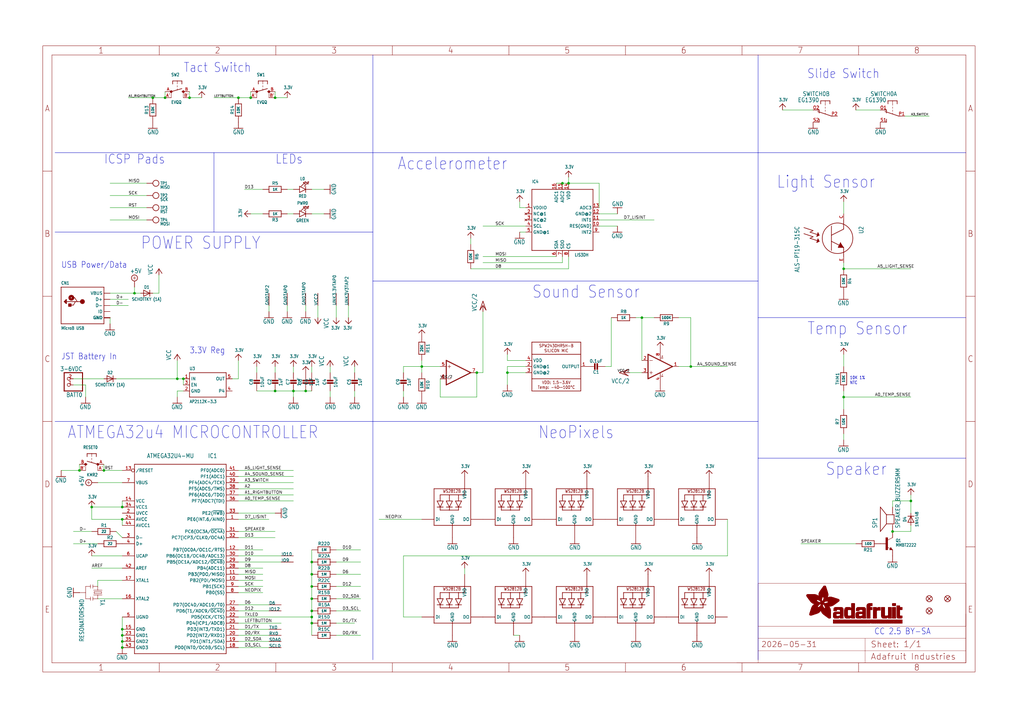
<source format=kicad_sch>
(kicad_sch (version 20230121) (generator eeschema)
  (paper "User" 425.45 298.602)
  (lib_symbols
    (symbol "working-eagle-import:+5V" (power)
      (property "Value" "+5V" (at -1.905 3.175 0))
      (symbol "+5V_1_0"
        (pin power_in line (at 0 -2.54 90) (length 2.54) (name "+5V") (number "1"))
      )
    )
    (symbol "working-eagle-import:3.3V" (power)
      (property "Value" "3.3V" (at -1.524 1.016 0))
      (symbol "3.3V_1_0"
        (pin power_in line (at 0 -2.54 90) (length 2.54) (name "3.3V") (number "1"))
      )
    )
    (symbol "working-eagle-import:ACCEL_LIS3DHTR"
      (property "Reference" "U" (at -12.7 15.24 0))
      (symbol "ACCEL_LIS3DHTR_1_0"
        (pin power_in line (at -15.24 5.08 0) (length 2.54) (name "VDDIO") (number "1"))
        (pin bidirectional line (at 15.24 -2.54 180) (length 2.54) (name "RES(GND)") (number "10"))
        (pin output line (at 15.24 0 180) (length 2.54) (name "INT1") (number "11"))
        (pin power_in line (at 15.24 2.54 180) (length 2.54) (name "GND@2") (number "12"))
        (pin input line (at 15.24 5.08 180) (length 2.54) (name "ADC3") (number "13"))
        (pin power_in line (at 2.54 15.24 270) (length 2.54) (name "VDD") (number "14"))
        (pin input line (at 0 15.24 270) (length 2.54) (name "ADC2") (number "15"))
        (pin input line (at -2.54 15.24 270) (length 2.54) (name "ADC1") (number "16"))
        (pin no_connect line (at -15.24 2.54 0) (length 2.54) (name "NC@1") (number "2"))
        (pin no_connect line (at -15.24 0 0) (length 2.54) (name "NC@2") (number "3"))
        (pin bidirectional line (at -15.24 -2.54 0) (length 2.54) (name "SCL") (number "4"))
        (pin power_in line (at -15.24 -5.08 0) (length 2.54) (name "GND@1") (number "5"))
        (pin bidirectional line (at -2.54 -15.24 90) (length 2.54) (name "SDA") (number "6"))
        (pin bidirectional line (at 0 -15.24 90) (length 2.54) (name "SDO") (number "7"))
        (pin input line (at 2.54 -15.24 90) (length 2.54) (name "CS") (number "8"))
        (pin output line (at 15.24 -5.08 180) (length 2.54) (name "INT2") (number "9"))
      )
    )
    (symbol "working-eagle-import:ATMEGA32U4-MU"
      (property "Reference" "IC" (at -17.78 -38.1 0))
      (symbol "ATMEGA32U4-MU_1_0"
        (pin bidirectional line (at 25.4 22.86 180) (length 5.08) (name "PE6(INT.6/AIN0)") (number "1"))
        (pin bidirectional line (at 25.4 -2.54 180) (length 5.08) (name "PB2(PDI/MOSI)") (number "10"))
        (pin bidirectional line (at 25.4 0 180) (length 5.08) (name "PB3(PDO/MISO)") (number "11"))
        (pin bidirectional line (at 25.4 10.16 180) (length 5.08) (name "PB7(OC0A/OC1C/RTS)") (number "12"))
        (pin bidirectional inverted (at -22.86 43.18 0) (length 5.08) (name "/RESET") (number "13"))
        (pin bidirectional line (at -22.86 30.48 0) (length 5.08) (name "VCC") (number "14"))
        (pin bidirectional line (at -22.86 -22.86 0) (length 5.08) (name "GND") (number "15"))
        (pin bidirectional line (at -22.86 -10.16 0) (length 5.08) (name "XTAL2") (number "16"))
        (pin bidirectional line (at -22.86 -2.54 0) (length 5.08) (name "XTAL1") (number "17"))
        (pin bidirectional line (at 25.4 -30.48 180) (length 5.08) (name "PD0(INT0/OC0B/SCL)") (number "18"))
        (pin bidirectional line (at 25.4 -27.94 180) (length 5.08) (name "PD1(INT1/SDA)") (number "19"))
        (pin bidirectional line (at -22.86 25.4 0) (length 5.08) (name "UVCC") (number "2"))
        (pin bidirectional line (at 25.4 -25.4 180) (length 5.08) (name "PD2(INT2/RXD1)") (number "20"))
        (pin bidirectional line (at 25.4 -22.86 180) (length 5.08) (name "PD3(INT3/TXD1)") (number "21"))
        (pin bidirectional line (at 25.4 -17.78 180) (length 5.08) (name "PD5(XCK/CTS)") (number "22"))
        (pin bidirectional line (at -22.86 -25.4 0) (length 5.08) (name "GND1") (number "23"))
        (pin bidirectional line (at -22.86 22.86 0) (length 5.08) (name "AVCC") (number "24"))
        (pin bidirectional line (at 25.4 -20.32 180) (length 5.08) (name "PD4(ICP1/ADC8)") (number "25"))
        (pin bidirectional line (at 25.4 -15.24 180) (length 5.08) (name "PD6(T1/ADC9/~{OC4D})") (number "26"))
        (pin bidirectional line (at 25.4 -12.7 180) (length 5.08) (name "PD7(OC4D/ADC10/T0)") (number "27"))
        (pin bidirectional line (at 25.4 2.54 180) (length 5.08) (name "PB4(ADC11)") (number "28"))
        (pin bidirectional line (at 25.4 5.08 180) (length 5.08) (name "PB5(OC1A/ADC12/~{OC4B})") (number "29"))
        (pin bidirectional line (at -22.86 15.24 0) (length 5.08) (name "D-") (number "3"))
        (pin bidirectional line (at 25.4 7.62 180) (length 5.08) (name "PB6(OC1B/OC4B/ADC13)") (number "30"))
        (pin bidirectional line (at 25.4 17.78 180) (length 5.08) (name "PC6(OC3A/~{OC4A})") (number "31"))
        (pin bidirectional line (at 25.4 15.24 180) (length 5.08) (name "PC7(ICP3/CLK0/OC4A)") (number "32"))
        (pin bidirectional line (at 25.4 25.4 180) (length 5.08) (name "PE2(~{HWB})") (number "33"))
        (pin bidirectional line (at -22.86 27.94 0) (length 5.08) (name "VCC1") (number "34"))
        (pin bidirectional line (at -22.86 -27.94 0) (length 5.08) (name "GND2") (number "35"))
        (pin bidirectional line (at 25.4 30.48 180) (length 5.08) (name "PF7(ADC7(TDI)") (number "36"))
        (pin bidirectional line (at 25.4 33.02 180) (length 5.08) (name "PF6(ADC6/TDO)") (number "37"))
        (pin bidirectional line (at 25.4 35.56 180) (length 5.08) (name "PF5(ADC5/TMS)") (number "38"))
        (pin bidirectional line (at 25.4 38.1 180) (length 5.08) (name "PF4(ADC4/TCK)") (number "39"))
        (pin bidirectional line (at -22.86 12.7 0) (length 5.08) (name "D+") (number "4"))
        (pin bidirectional line (at 25.4 40.64 180) (length 5.08) (name "PF1(ADC1)") (number "40"))
        (pin bidirectional line (at 25.4 43.18 180) (length 5.08) (name "PF0(ADC0)") (number "41"))
        (pin bidirectional line (at -22.86 2.54 0) (length 5.08) (name "AREF") (number "42"))
        (pin bidirectional line (at -22.86 -30.48 0) (length 5.08) (name "GND3") (number "43"))
        (pin bidirectional line (at -22.86 20.32 0) (length 5.08) (name "AVCC1") (number "44"))
        (pin bidirectional line (at -22.86 -17.78 0) (length 5.08) (name "UGND") (number "5"))
        (pin bidirectional line (at -22.86 7.62 0) (length 5.08) (name "UCAP") (number "6"))
        (pin bidirectional line (at -22.86 38.1 0) (length 5.08) (name "VBUS") (number "7"))
        (pin bidirectional line (at 25.4 -7.62 180) (length 5.08) (name "PB0(SS)") (number "8"))
        (pin bidirectional line (at 25.4 -5.08 180) (length 5.08) (name "PB1(SCK)") (number "9"))
      )
    )
    (symbol "working-eagle-import:CAP_CERAMIC0603_NO"
      (property "Reference" "C" (at -2.29 1.25 90))
      (symbol "CAP_CERAMIC0603_NO_1_0"
        (pin passive line (at 0 5.08 270) (length 2.54) (name "1") (number "1"))
        (pin passive line (at 0 -2.54 90) (length 2.54) (name "2") (number "2"))
      )
    )
    (symbol "working-eagle-import:CAP_CERAMIC0805-NOOUTLINE"
      (property "Reference" "C" (at -2.29 1.25 90))
      (symbol "CAP_CERAMIC0805-NOOUTLINE_1_0"
        (pin passive line (at 0 5.08 270) (length 2.54) (name "1") (number "1"))
        (pin passive line (at 0 -2.54 90) (length 2.54) (name "2") (number "2"))
      )
    )
    (symbol "working-eagle-import:CON_JST_PH_2PIN"
      (property "Reference" "X" (at -6.35 5.715 0))
      (symbol "CON_JST_PH_2PIN_1_0"
        (pin passive inverted (at -2.54 2.54 0) (length 2.54) (name "1") (number "1"))
        (pin passive inverted (at -2.54 0 0) (length 2.54) (name "2") (number "2"))
      )
    )
    (symbol "working-eagle-import:DIODESOD-123"
      (property "Reference" "D" (at 0 2.54 0))
      (symbol "DIODESOD-123_1_0"
        (pin passive line (at -2.54 0 0) (length 2.54) (name "A") (number "A"))
        (pin passive line (at 2.54 0 180) (length 2.54) (name "C") (number "C"))
      )
    )
    (symbol "working-eagle-import:DIODESOD-323"
      (property "Reference" "D" (at 0 2.54 0))
      (symbol "DIODESOD-323_1_0"
        (pin passive line (at -2.54 0 0) (length 2.54) (name "A") (number "A"))
        (pin passive line (at 2.54 0 180) (length 2.54) (name "C") (number "C"))
      )
    )
    (symbol "working-eagle-import:DPDT-EG1390"
      (property "Reference" "SW" (at -8.255 -1.905 90))
      (symbol "DPDT-EG1390_1_0"
        (pin passive line (at -2.54 5.08 270) (length 2.54) (name "O") (number "O1"))
        (pin passive line (at 0 -5.08 90) (length 2.54) (name "P") (number "P1"))
        (pin passive line (at 2.54 5.08 270) (length 2.54) (name "S") (number "S1"))
      )
      (symbol "DPDT-EG1390_2_0"
        (pin passive line (at -2.54 5.08 270) (length 2.54) (name "O") (number "O2"))
        (pin passive line (at 0 -5.08 90) (length 2.54) (name "P") (number "P2"))
        (pin passive line (at 2.54 5.08 270) (length 2.54) (name "S") (number "S2"))
      )
    )
    (symbol "working-eagle-import:FIDUCIAL{dblquote}{dblquote}")
    (symbol "working-eagle-import:FRAME_A3_ADAFRUIT"
      (symbol "FRAME_A3_ADAFRUIT_1_0"
        (text "${#}/${##}" (at 357.505 10.16 0) (effects (font (size 2.54 2.54)) (justify left bottom)))
        (text "${CURRENT_DATE}" (at 298.45 10.16 0) (effects (font (size 2.286 2.286)) (justify left bottom)))
        (text "${PROJECTNAME}" (at 298.45 15.24 0) (effects (font (size 2.54 2.54)) (justify left bottom)))
        (text "1" (at 24.2094 1.905 0) (effects (font (size 2.54 2.286))))
        (text "1" (at 24.2094 258.445 0) (effects (font (size 2.54 2.286))))
        (text "2" (at 72.6281 1.905 0) (effects (font (size 2.54 2.286))))
        (text "2" (at 72.6281 258.445 0) (effects (font (size 2.54 2.286))))
        (text "3" (at 121.0469 1.905 0) (effects (font (size 2.54 2.286))))
        (text "3" (at 121.0469 258.445 0) (effects (font (size 2.54 2.286))))
        (text "4" (at 169.4656 1.905 0) (effects (font (size 2.54 2.286))))
        (text "4" (at 169.4656 258.445 0) (effects (font (size 2.54 2.286))))
        (text "5" (at 217.8844 1.905 0) (effects (font (size 2.54 2.286))))
        (text "5" (at 217.8844 258.445 0) (effects (font (size 2.54 2.286))))
        (text "6" (at 266.3031 1.905 0) (effects (font (size 2.54 2.286))))
        (text "6" (at 266.3031 258.445 0) (effects (font (size 2.54 2.286))))
        (text "7" (at 314.7219 1.905 0) (effects (font (size 2.54 2.286))))
        (text "7" (at 314.7219 258.445 0) (effects (font (size 2.54 2.286))))
        (text "8" (at 363.1406 1.905 0) (effects (font (size 2.54 2.286))))
        (text "8" (at 363.1406 258.445 0) (effects (font (size 2.54 2.286))))
        (text "A" (at 1.905 234.315 0) (effects (font (size 2.54 2.286))))
        (text "A" (at 385.445 234.315 0) (effects (font (size 2.54 2.286))))
        (text "Adafruit Industries" (at 343.916 4.953 0) (effects (font (size 2.54 2.54)) (justify left bottom)))
        (text "B" (at 1.905 182.245 0) (effects (font (size 2.54 2.286))))
        (text "B" (at 385.445 182.245 0) (effects (font (size 2.54 2.286))))
        (text "C" (at 1.905 130.175 0) (effects (font (size 2.54 2.286))))
        (text "C" (at 385.445 130.175 0) (effects (font (size 2.54 2.286))))
        (text "D" (at 1.905 78.105 0) (effects (font (size 2.54 2.286))))
        (text "D" (at 385.445 78.105 0) (effects (font (size 2.54 2.286))))
        (text "E" (at 1.905 26.035 0) (effects (font (size 2.54 2.286))))
        (text "E" (at 385.445 26.035 0) (effects (font (size 2.54 2.286))))
        (text "Sheet:" (at 343.916 10.033 0) (effects (font (size 2.54 2.54)) (justify left bottom)))
      )
    )
    (symbol "working-eagle-import:GND" (power)
      (property "Value" "GND" (at -2.54 -2.54 0))
      (symbol "GND_1_0"
        (pin power_in line (at 0 2.54 270) (length 2.54) (name "GND") (number "1"))
      )
    )
    (symbol "working-eagle-import:LED0805_NOOUTLINE"
      (property "Reference" "D" (at -1.27 4.445 0))
      (symbol "LED0805_NOOUTLINE_1_0"
        (pin passive line (at -5.08 0 0) (length 2.54) (name "A") (number "A"))
        (pin passive line (at 2.54 0 180) (length 2.54) (name "C") (number "C"))
      )
    )
    (symbol "working-eagle-import:LIGHT_ALS-PT19-315C"
      (property "Reference" "U" (at 8.89 5.08 90))
      (symbol "LIGHT_ALS-PT19-315C_1_0"
        (pin bidirectional line (at 2.54 10.16 270) (length 2.54) (name "C") (number "C"))
        (pin bidirectional line (at 2.54 -10.16 90) (length 2.54) (name "E") (number "E"))
      )
    )
    (symbol "working-eagle-import:LMV358?MM"
      (symbol "LMV358?MM_1_0"
        (pin output line (at 7.62 0 180) (length 2.54) (name "OUT") (number "1"))
        (pin input line (at -7.62 -2.54 0) (length 2.54) (name "-IN") (number "2"))
        (pin input line (at -7.62 2.54 0) (length 2.54) (name "+IN") (number "3"))
      )
      (symbol "LMV358?MM_2_0"
        (pin input line (at -7.62 2.54 0) (length 2.54) (name "+IN") (number "5"))
        (pin input line (at -7.62 -2.54 0) (length 2.54) (name "-IN") (number "6"))
        (pin output line (at 7.62 0 180) (length 2.54) (name "OUT") (number "7"))
      )
      (symbol "LMV358?MM_3_0"
        (text "V+" (at 1.27 3.175 900) (effects (font (size 0.8128 0.6908)) (justify left bottom)))
        (text "V-" (at 1.27 -4.445 900) (effects (font (size 0.8128 0.6908)) (justify left bottom)))
        (pin power_in line (at 0 -7.62 90) (length 5.08) (name "V-") (number "4"))
        (pin power_in line (at 0 7.62 270) (length 5.08) (name "V+") (number "8"))
      )
    )
    (symbol "working-eagle-import:RESISTOR_0402"
      (property "Reference" "R" (at 0 2.54 0))
      (symbol "RESISTOR_0402_1_0"
        (pin passive line (at -5.08 0 0) (length 2.54) (name "1") (number "1"))
        (pin passive line (at 5.08 0 180) (length 2.54) (name "2") (number "2"))
      )
    )
    (symbol "working-eagle-import:RESISTOR_0603_NOOUT"
      (property "Reference" "R" (at 0 2.54 0))
      (symbol "RESISTOR_0603_NOOUT_1_0"
        (pin passive line (at -5.08 0 0) (length 2.54) (name "1") (number "1"))
        (pin passive line (at 5.08 0 180) (length 2.54) (name "2") (number "2"))
      )
    )
    (symbol "working-eagle-import:RESISTOR_4PACK_NO"
      (property "Reference" "R" (at 0 2.54 0))
      (symbol "RESISTOR_4PACK_NO_1_0"
        (pin passive line (at -5.08 0 0) (length 2.54) (name "1") (number "1"))
        (pin passive line (at 5.08 0 180) (length 2.54) (name "2") (number "8"))
      )
      (symbol "RESISTOR_4PACK_NO_2_0"
        (pin passive line (at -5.08 0 0) (length 2.54) (name "1") (number "2"))
        (pin passive line (at 5.08 0 180) (length 2.54) (name "2") (number "7"))
      )
      (symbol "RESISTOR_4PACK_NO_3_0"
        (pin passive line (at -5.08 0 0) (length 2.54) (name "1") (number "3"))
        (pin passive line (at 5.08 0 180) (length 2.54) (name "2") (number "6"))
      )
      (symbol "RESISTOR_4PACK_NO_4_0"
        (pin passive line (at -5.08 0 0) (length 2.54) (name "1") (number "4"))
        (pin passive line (at 5.08 0 180) (length 2.54) (name "2") (number "5"))
      )
    )
    (symbol "working-eagle-import:RESONATORSMD"
      (property "Reference" "Y" (at 2.54 1.016 0))
      (symbol "RESONATORSMD_1_0"
        (pin passive line (at -2.54 0 0) (length 0) (name "1") (number "1"))
        (pin passive line (at 0 -7.62 90) (length 0) (name "2") (number "2"))
        (pin passive line (at 2.54 0 180) (length 0) (name "3") (number "3"))
      )
    )
    (symbol "working-eagle-import:SEWTAP-ALLIGATOR"
      (property "Reference" "TP" (at 0 0 0))
      (symbol "SEWTAP-ALLIGATOR_1_0"
        (pin bidirectional line (at 0 0 0) (length 5.08) (name "SEW") (number "P$1"))
      )
    )
    (symbol "working-eagle-import:SPEAKER_BUZZER5MM"
      (property "Reference" "SP" (at -3.81 6.35 0))
      (symbol "SPEAKER_BUZZER5MM_1_0"
        (pin passive line (at -5.08 0 0) (length 2.54) (name "+") (number "+"))
        (pin passive line (at 5.08 0 180) (length 2.54) (name "-") (number "-"))
      )
    )
    (symbol "working-eagle-import:SPW2430HR5H-B"
      (symbol "SPW2430HR5H-B_1_0"
        (text "SPW2430HR5H-B\nSILICON MIC" (at 0 7.62 0) (effects (font (size 1.27 1.0795))))
        (text "VDD: 1.5-3.6V\nTemp: -40~~100°C" (at 0 -7.62 0) (effects (font (size 1.27 1.0795))))
        (pin output line (at 12.7 0 180) (length 2.54) (name "OUTPUT") (number "1"))
        (pin power_in line (at -12.7 0 0) (length 2.54) (name "GND@1") (number "2"))
        (pin power_in line (at -12.7 -2.54 0) (length 2.54) (name "GND@2") (number "3"))
        (pin power_in line (at -12.7 2.54 0) (length 2.54) (name "VDD") (number "4"))
      )
    )
    (symbol "working-eagle-import:SWITCH_TACT_SMT4.6X2.8"
      (property "Reference" "SW" (at -2.54 6.35 0))
      (symbol "SWITCH_TACT_SMT4.6X2.8_1_0"
        (pin passive line (at -5.08 0 0) (length 2.54) (name "P") (number "A"))
        (pin passive line (at -5.08 -2.54 0) (length 2.54) (name "P1") (number "A'"))
        (pin passive line (at 5.08 0 180) (length 2.54) (name "S") (number "B"))
        (pin passive line (at 5.08 -2.54 180) (length 2.54) (name "S1") (number "B'"))
      )
    )
    (symbol "working-eagle-import:SWITCH_TACT_SMT_EVQQ2_SMALL"
      (property "Reference" "SW" (at -2.54 6.35 0))
      (symbol "SWITCH_TACT_SMT_EVQQ2_SMALL_1_0"
        (pin passive line (at -5.08 0 0) (length 2.54) (name "P") (number "A"))
        (pin passive line (at -5.08 -2.54 0) (length 2.54) (name "P1") (number "A'"))
        (pin passive line (at 5.08 0 180) (length 2.54) (name "S") (number "B"))
        (pin passive line (at 5.08 -2.54 180) (length 2.54) (name "S1") (number "B'"))
      )
    )
    (symbol "working-eagle-import:TESTPOINTROUND1.5MM"
      (property "Reference" "TP" (at 0 5.588 90))
      (symbol "TESTPOINTROUND1.5MM_1_0"
        (pin bidirectional line (at 0 0 90) (length 2.54) (name "P$1") (number "P$1"))
      )
    )
    (symbol "working-eagle-import:TRANSISTOR_NPNWIDE"
      (property "Reference" "Q" (at 1.27 0.635 0))
      (symbol "TRANSISTOR_NPNWIDE_1_0"
        (pin passive line (at -5.08 0 0) (length 2.54) (name "B") (number "1"))
        (pin passive line (at 0 -5.08 90) (length 2.54) (name "E") (number "2"))
        (pin passive line (at 0 5.08 270) (length 2.54) (name "C") (number "3"))
      )
    )
    (symbol "working-eagle-import:USB_MICRO_20329_V2"
      (property "Reference" "X" (at -10.16 8.636 0))
      (symbol "USB_MICRO_20329_V2_1_0"
        (pin power_in line (at 10.16 -5.08 180) (length 2.54) (name "GND") (number "BASE@1"))
        (pin power_in line (at 10.16 -5.08 180) (length 2.54) (name "GND") (number "BASE@2"))
        (pin bidirectional line (at 10.16 2.54 180) (length 2.54) (name "D+") (number "D+"))
        (pin bidirectional line (at 10.16 0 180) (length 2.54) (name "D-") (number "D-"))
        (pin power_in line (at 10.16 -5.08 180) (length 2.54) (name "GND") (number "GND"))
        (pin bidirectional line (at 10.16 -2.54 180) (length 2.54) (name "ID") (number "ID"))
        (pin power_in line (at 10.16 -5.08 180) (length 2.54) (name "GND") (number "SPRT@1"))
        (pin power_in line (at 10.16 -5.08 180) (length 2.54) (name "GND") (number "SPRT@2"))
        (pin power_in line (at 10.16 -5.08 180) (length 2.54) (name "GND") (number "SPRT@3"))
        (pin power_in line (at 10.16 -5.08 180) (length 2.54) (name "GND") (number "SPRT@4"))
        (pin power_in line (at 10.16 5.08 180) (length 2.54) (name "VBUS") (number "VBUS"))
      )
    )
    (symbol "working-eagle-import:VCC" (power)
      (property "Value" "VCC" (at -2.54 -2.54 90))
      (symbol "VCC_1_0"
        (pin power_in line (at 0 -2.54 90) (length 2.54) (name "VCC") (number "1"))
      )
    )
    (symbol "working-eagle-import:VCC/2" (power)
      (property "Value" "VCC/2" (at -2.54 -2.54 90))
      (symbol "VCC/2_1_0"
        (pin power_in line (at 0 -2.54 90) (length 2.54) (name "VCC/2") (number "1"))
      )
    )
    (symbol "working-eagle-import:VREG_SOT23-5"
      (property "Reference" "U" (at -7.62 6.096 0))
      (symbol "VREG_SOT23-5_1_0"
        (pin power_in line (at -10.16 2.54 0) (length 2.54) (name "IN") (number "1"))
        (pin power_in line (at -10.16 -2.54 0) (length 2.54) (name "GND") (number "2"))
        (pin input line (at -10.16 0 0) (length 2.54) (name "EN") (number "3"))
        (pin bidirectional line (at 10.16 -2.54 180) (length 2.54) (name "P4") (number "4"))
        (pin power_in line (at 10.16 2.54 180) (length 2.54) (name "OUT") (number "5"))
      )
    )
    (symbol "working-eagle-import:WS2812B3535"
      (symbol "WS2812B3535_1_0"
        (text "WS2812B" (at -4.064 8.382 0) (effects (font (size 1.27 1.0795)) (justify left bottom)))
        (pin input line (at -12.7 -2.54 0) (length 5.08) (name "DI") (number "1"))
        (pin power_in line (at 5.08 15.24 270) (length 5.08) (name "VDD") (number "2"))
        (pin output line (at 12.7 -2.54 180) (length 5.08) (name "DO") (number "3"))
        (pin power_in line (at 0 -10.16 90) (length 5.08) (name "GND") (number "4"))
      )
    )
  )
  (junction (at 236.22 76.2))
  (junction (at 50.8 210.82))
  (junction (at 233.68 76.2))
  (junction (at 68.58 40.64))
  (junction (at 370.84 220.98))
  (junction (at 43.18 195.58))
  (junction (at 350.52 111.76))
  (junction (at 50.8 215.9))
  (junction (at 104.14 40.64))
  (junction (at 129.54 256.54))
  (junction (at 50.8 266.7))
  (junction (at 129.54 233.68))
  (junction (at 129.54 238.76))
  (junction (at 175.26 152.4))
  (junction (at 73.66 157.48))
  (junction (at 38.1 210.82))
  (junction (at 63.5 40.64))
  (junction (at 129.54 259.08))
  (junction (at 378.46 208.28))
  (junction (at 198.12 154.94))
  (junction (at 114.3 40.64))
  (junction (at 78.74 40.64))
  (junction (at 99.06 40.64))
  (junction (at 50.8 264.16))
  (junction (at 50.8 269.24))
  (junction (at 129.54 254))
  (junction (at 266.7 132.08))
  (junction (at 210.82 154.94))
  (junction (at 50.8 261.62))
  (junction (at 350.52 165.1))
  (junction (at 129.54 243.84))
  (junction (at 287.02 152.4))
  (junction (at 33.02 195.58))
  (junction (at 55.88 121.92))
  (junction (at 129.54 248.92))
  (junction (at 127 162.56))
  (junction (at 121.92 162.56))
  (junction (at 76.2 157.48))
  (junction (at 114.3 162.56))
  (wire (pts (xy 236.22 73.66) (xy 236.22 76.2)) (stroke (width 0.1524)))
  (wire (pts (xy 355.6 45.72) (xy 365.76 45.72)) (stroke (width 0.1524)))
  (wire (pts (xy 147.32 154.94) (xy 147.32 152.4)) (stroke (width 0.1524)))
  (wire (pts (xy 99.06 223.52) (xy 114.3 223.52)) (stroke (width 0.1524)))
  (wire (pts (xy 139.7 243.84) (xy 149.86 243.84)) (stroke (width 0.1524)))
  (wire (pts (xy 99.06 269.24) (xy 111.76 269.24)) (stroke (width 0.1524)))
  (wire (pts (xy 119.38 78.74) (xy 121.92 78.74)) (stroke (width 0.1524)))
  (polyline (pts (xy 154.94 175.26) (xy 154.94 274.32)) (stroke (width 0.1524) (type solid)))
  (wire (pts (xy 38.1 215.9) (xy 38.1 210.82)) (stroke (width 0.1524)))
  (wire (pts (xy 73.66 157.48) (xy 76.2 157.48)) (stroke (width 0.1524)))
  (wire (pts (xy 200.66 154.94) (xy 200.66 129.54)) (stroke (width 0.1524)))
  (wire (pts (xy 218.44 152.4) (xy 210.82 152.4)) (stroke (width 0.1524)))
  (wire (pts (xy 236.22 76.2) (xy 233.68 76.2)) (stroke (width 0.1524)))
  (wire (pts (xy 287.02 132.08) (xy 287.02 152.4)) (stroke (width 0.1524)))
  (wire (pts (xy 99.06 238.76) (xy 109.22 238.76)) (stroke (width 0.1524)))
  (wire (pts (xy 121.92 200.66) (xy 99.06 200.66)) (stroke (width 0.1524)))
  (wire (pts (xy 40.64 241.3) (xy 40.64 243.84)) (stroke (width 0.1524)))
  (wire (pts (xy 99.06 205.74) (xy 121.92 205.74)) (stroke (width 0.1524)))
  (wire (pts (xy 58.42 121.92) (xy 55.88 121.92)) (stroke (width 0.1524)))
  (wire (pts (xy 99.06 266.7) (xy 111.76 266.7)) (stroke (width 0.1524)))
  (wire (pts (xy 73.66 162.56) (xy 76.2 162.56)) (stroke (width 0.1524)))
  (wire (pts (xy 114.3 38.1) (xy 114.3 40.64)) (stroke (width 0.1524)))
  (wire (pts (xy 167.64 256.54) (xy 167.64 231.14)) (stroke (width 0.1524)))
  (polyline (pts (xy 314.96 132.08) (xy 314.96 175.26)) (stroke (width 0.1524) (type solid)))
  (wire (pts (xy 99.06 198.12) (xy 121.92 198.12)) (stroke (width 0.1524)))
  (wire (pts (xy 45.72 127) (xy 53.34 127)) (stroke (width 0.1524)))
  (wire (pts (xy 129.54 248.92) (xy 129.54 254)) (stroke (width 0.1524)))
  (polyline (pts (xy 314.96 190.5) (xy 314.96 274.32)) (stroke (width 0.1524) (type solid)))
  (wire (pts (xy 50.8 231.14) (xy 38.1 231.14)) (stroke (width 0.1524)))
  (wire (pts (xy 210.82 152.4) (xy 210.82 154.94)) (stroke (width 0.1524)))
  (wire (pts (xy 175.26 256.54) (xy 167.64 256.54)) (stroke (width 0.1524)))
  (wire (pts (xy 210.82 149.86) (xy 210.82 147.32)) (stroke (width 0.1524)))
  (wire (pts (xy 175.26 152.4) (xy 175.26 154.94)) (stroke (width 0.1524)))
  (wire (pts (xy 43.18 193.04) (xy 43.18 195.58)) (stroke (width 0.1524)))
  (wire (pts (xy 213.36 264.16) (xy 215.9 264.16)) (stroke (width 0.1524)))
  (wire (pts (xy 233.68 109.22) (xy 233.68 106.68)) (stroke (width 0.1524)))
  (wire (pts (xy 60.96 76.2) (xy 45.72 76.2)) (stroke (width 0.1524)))
  (wire (pts (xy 129.54 152.4) (xy 129.54 154.94)) (stroke (width 0.1524)))
  (wire (pts (xy 30.48 157.48) (xy 43.18 157.48)) (stroke (width 0.1524)))
  (wire (pts (xy 99.06 243.84) (xy 109.22 243.84)) (stroke (width 0.1524)))
  (wire (pts (xy 99.06 203.2) (xy 121.92 203.2)) (stroke (width 0.1524)))
  (wire (pts (xy 45.72 121.92) (xy 55.88 121.92)) (stroke (width 0.1524)))
  (wire (pts (xy 99.06 261.62) (xy 111.76 261.62)) (stroke (width 0.1524)))
  (wire (pts (xy 167.64 231.14) (xy 302.26 231.14)) (stroke (width 0.1524)))
  (wire (pts (xy 68.58 40.64) (xy 63.5 40.64)) (stroke (width 0.1524)))
  (wire (pts (xy 378.46 220.98) (xy 378.46 218.44)) (stroke (width 0.1524)))
  (wire (pts (xy 134.62 88.9) (xy 129.54 88.9)) (stroke (width 0.1524)))
  (wire (pts (xy 375.92 48.26) (xy 386.08 48.26)) (stroke (width 0.1524)))
  (wire (pts (xy 147.32 162.56) (xy 147.32 165.1)) (stroke (width 0.1524)))
  (wire (pts (xy 99.06 195.58) (xy 121.92 195.58)) (stroke (width 0.1524)))
  (wire (pts (xy 254 132.08) (xy 254 152.4)) (stroke (width 0.1524)))
  (wire (pts (xy 104.14 40.64) (xy 99.06 40.64)) (stroke (width 0.1524)))
  (wire (pts (xy 99.06 233.68) (xy 116.84 233.68)) (stroke (width 0.1524)))
  (wire (pts (xy 167.64 165.1) (xy 167.64 162.56)) (stroke (width 0.1524)))
  (wire (pts (xy 233.68 109.22) (xy 200.66 109.22)) (stroke (width 0.1524)))
  (wire (pts (xy 129.54 78.74) (xy 134.62 78.74)) (stroke (width 0.1524)))
  (wire (pts (xy 231.14 106.68) (xy 200.66 106.68)) (stroke (width 0.1524)))
  (polyline (pts (xy 314.96 63.5) (xy 314.96 116.84)) (stroke (width 0.1524) (type solid)))
  (wire (pts (xy 99.06 149.86) (xy 99.06 157.48)) (stroke (width 0.1524)))
  (wire (pts (xy 99.06 241.3) (xy 109.22 241.3)) (stroke (width 0.1524)))
  (wire (pts (xy 30.48 220.98) (xy 38.1 220.98)) (stroke (width 0.1524)))
  (wire (pts (xy 45.72 132.08) (xy 45.72 134.62)) (stroke (width 0.1524)))
  (wire (pts (xy 99.06 259.08) (xy 116.84 259.08)) (stroke (width 0.1524)))
  (wire (pts (xy 33.02 193.04) (xy 33.02 195.58)) (stroke (width 0.1524)))
  (wire (pts (xy 114.3 162.56) (xy 106.68 162.56)) (stroke (width 0.1524)))
  (wire (pts (xy 287.02 152.4) (xy 281.94 152.4)) (stroke (width 0.1524)))
  (wire (pts (xy 63.5 40.64) (xy 53.34 40.64)) (stroke (width 0.1524)))
  (wire (pts (xy 139.7 233.68) (xy 149.86 233.68)) (stroke (width 0.1524)))
  (wire (pts (xy 350.52 165.1) (xy 350.52 162.56)) (stroke (width 0.1524)))
  (polyline (pts (xy 154.94 96.52) (xy 154.94 116.84)) (stroke (width 0.1524) (type solid)))
  (polyline (pts (xy 88.9 96.52) (xy 154.94 96.52)) (stroke (width 0.1524) (type solid)))
  (wire (pts (xy 302.26 231.14) (xy 302.26 215.9)) (stroke (width 0.1524)))
  (polyline (pts (xy 314.96 132.08) (xy 401.32 132.08)) (stroke (width 0.1524) (type solid)))
  (wire (pts (xy 50.8 248.92) (xy 40.64 248.92)) (stroke (width 0.1524)))
  (wire (pts (xy 50.8 264.16) (xy 50.8 266.7)) (stroke (width 0.1524)))
  (wire (pts (xy 233.68 76.2) (xy 231.14 76.2)) (stroke (width 0.1524)))
  (polyline (pts (xy 314.96 22.86) (xy 314.96 63.5)) (stroke (width 0.1524) (type solid)))
  (wire (pts (xy 137.16 152.4) (xy 137.16 154.94)) (stroke (width 0.1524)))
  (wire (pts (xy 50.8 195.58) (xy 43.18 195.58)) (stroke (width 0.1524)))
  (polyline (pts (xy 314.96 175.26) (xy 314.96 190.5)) (stroke (width 0.1524) (type solid)))
  (wire (pts (xy 266.7 149.86) (xy 266.7 132.08)) (stroke (width 0.1524)))
  (wire (pts (xy 248.92 76.2) (xy 236.22 76.2)) (stroke (width 0.1524)))
  (wire (pts (xy 210.82 154.94) (xy 210.82 160.02)) (stroke (width 0.1524)))
  (polyline (pts (xy 314.96 63.5) (xy 401.32 63.5)) (stroke (width 0.1524) (type solid)))
  (wire (pts (xy 248.92 93.98) (xy 256.54 93.98)) (stroke (width 0.1524)))
  (wire (pts (xy 129.54 259.08) (xy 129.54 264.16)) (stroke (width 0.1524)))
  (wire (pts (xy 109.22 88.9) (xy 104.14 88.9)) (stroke (width 0.1524)))
  (wire (pts (xy 378.46 213.36) (xy 378.46 208.28)) (stroke (width 0.1524)))
  (wire (pts (xy 182.88 165.1) (xy 198.12 165.1)) (stroke (width 0.1524)))
  (wire (pts (xy 139.7 254) (xy 149.86 254)) (stroke (width 0.1524)))
  (wire (pts (xy 111.76 129.54) (xy 111.76 127)) (stroke (width 0.1524)))
  (wire (pts (xy 287.02 152.4) (xy 302.26 152.4)) (stroke (width 0.1524)))
  (wire (pts (xy 167.64 152.4) (xy 167.64 154.94)) (stroke (width 0.1524)))
  (wire (pts (xy 127 162.56) (xy 121.92 162.56)) (stroke (width 0.1524)))
  (wire (pts (xy 111.76 251.46) (xy 99.06 251.46)) (stroke (width 0.1524)))
  (wire (pts (xy 370.84 220.98) (xy 378.46 220.98)) (stroke (width 0.1524)))
  (wire (pts (xy 139.7 238.76) (xy 149.86 238.76)) (stroke (width 0.1524)))
  (wire (pts (xy 99.06 40.64) (xy 88.9 40.64)) (stroke (width 0.1524)))
  (wire (pts (xy 48.26 157.48) (xy 73.66 157.48)) (stroke (width 0.1524)))
  (wire (pts (xy 68.58 38.1) (xy 68.58 40.64)) (stroke (width 0.1524)))
  (wire (pts (xy 50.8 261.62) (xy 50.8 264.16)) (stroke (width 0.1524)))
  (wire (pts (xy 48.26 220.98) (xy 50.8 223.52)) (stroke (width 0.1524)))
  (wire (pts (xy 129.54 233.68) (xy 129.54 238.76)) (stroke (width 0.1524)))
  (wire (pts (xy 218.44 154.94) (xy 210.82 154.94)) (stroke (width 0.1524)))
  (wire (pts (xy 370.84 210.82) (xy 370.84 208.28)) (stroke (width 0.1524)))
  (wire (pts (xy 121.92 162.56) (xy 114.3 162.56)) (stroke (width 0.1524)))
  (wire (pts (xy 127 129.54) (xy 127 127)) (stroke (width 0.1524)))
  (wire (pts (xy 144.78 132.08) (xy 144.78 127)) (stroke (width 0.1524)))
  (wire (pts (xy 198.12 154.94) (xy 200.66 154.94)) (stroke (width 0.1524)))
  (polyline (pts (xy 154.94 63.5) (xy 154.94 96.52)) (stroke (width 0.1524) (type solid)))
  (polyline (pts (xy 154.94 63.5) (xy 314.96 63.5)) (stroke (width 0.1524) (type solid)))
  (wire (pts (xy 63.5 121.92) (xy 66.04 121.92)) (stroke (width 0.1524)))
  (wire (pts (xy 25.4 195.58) (xy 33.02 195.58)) (stroke (width 0.1524)))
  (wire (pts (xy 236.22 106.68) (xy 236.22 111.76)) (stroke (width 0.1524)))
  (wire (pts (xy 248.92 91.44) (xy 271.78 91.44)) (stroke (width 0.1524)))
  (wire (pts (xy 114.3 152.4) (xy 114.3 154.94)) (stroke (width 0.1524)))
  (wire (pts (xy 45.72 124.46) (xy 53.34 124.46)) (stroke (width 0.1524)))
  (wire (pts (xy 198.12 165.1) (xy 198.12 154.94)) (stroke (width 0.1524)))
  (wire (pts (xy 99.06 231.14) (xy 116.84 231.14)) (stroke (width 0.1524)))
  (wire (pts (xy 370.84 208.28) (xy 378.46 208.28)) (stroke (width 0.1524)))
  (wire (pts (xy 261.62 154.94) (xy 266.7 154.94)) (stroke (width 0.1524)))
  (wire (pts (xy 175.26 152.4) (xy 182.88 152.4)) (stroke (width 0.1524)))
  (wire (pts (xy 218.44 93.98) (xy 200.66 93.98)) (stroke (width 0.1524)))
  (wire (pts (xy 104.14 38.1) (xy 104.14 40.64)) (stroke (width 0.1524)))
  (wire (pts (xy 99.06 220.98) (xy 114.3 220.98)) (stroke (width 0.1524)))
  (wire (pts (xy 99.06 254) (xy 111.76 254)) (stroke (width 0.1524)))
  (wire (pts (xy 132.08 127) (xy 132.08 132.08)) (stroke (width 0.1524)))
  (wire (pts (xy 99.06 157.48) (xy 96.52 157.48)) (stroke (width 0.1524)))
  (wire (pts (xy 60.96 81.28) (xy 45.72 81.28)) (stroke (width 0.1524)))
  (polyline (pts (xy 314.96 116.84) (xy 314.96 132.08)) (stroke (width 0.1524) (type solid)))
  (wire (pts (xy 248.92 86.36) (xy 248.92 76.2)) (stroke (width 0.1524)))
  (wire (pts (xy 99.06 246.38) (xy 109.22 246.38)) (stroke (width 0.1524)))
  (wire (pts (xy 137.16 162.56) (xy 137.16 165.1)) (stroke (width 0.1524)))
  (wire (pts (xy 78.74 38.1) (xy 78.74 40.64)) (stroke (width 0.1524)))
  (wire (pts (xy 50.8 218.44) (xy 50.8 215.9)) (stroke (width 0.1524)))
  (wire (pts (xy 114.3 213.36) (xy 99.06 213.36)) (stroke (width 0.1524)))
  (wire (pts (xy 60.96 86.36) (xy 45.72 86.36)) (stroke (width 0.1524)))
  (polyline (pts (xy 22.86 63.5) (xy 88.9 63.5)) (stroke (width 0.1524) (type solid)))
  (wire (pts (xy 129.54 256.54) (xy 129.54 259.08)) (stroke (width 0.1524)))
  (wire (pts (xy 73.66 162.56) (xy 73.66 165.1)) (stroke (width 0.1524)))
  (wire (pts (xy 193.04 238.76) (xy 193.04 236.22)) (stroke (width 0.1524)))
  (wire (pts (xy 325.12 45.72) (xy 337.82 45.72)) (stroke (width 0.1524)))
  (wire (pts (xy 121.92 165.1) (xy 121.92 162.56)) (stroke (width 0.1524)))
  (polyline (pts (xy 88.9 63.5) (xy 154.94 63.5)) (stroke (width 0.1524) (type solid)))
  (wire (pts (xy 119.38 88.9) (xy 121.92 88.9)) (stroke (width 0.1524)))
  (wire (pts (xy 129.54 228.6) (xy 129.54 233.68)) (stroke (width 0.1524)))
  (wire (pts (xy 175.26 149.86) (xy 175.26 152.4)) (stroke (width 0.1524)))
  (wire (pts (xy 139.7 132.08) (xy 139.7 127)) (stroke (width 0.1524)))
  (wire (pts (xy 99.06 264.16) (xy 111.76 264.16)) (stroke (width 0.1524)))
  (wire (pts (xy 109.22 78.74) (xy 101.6 78.74)) (stroke (width 0.1524)))
  (polyline (pts (xy 314.96 190.5) (xy 401.32 190.5)) (stroke (width 0.1524) (type solid)))
  (polyline (pts (xy 154.94 116.84) (xy 154.94 175.26)) (stroke (width 0.1524) (type solid)))
  (wire (pts (xy 281.94 132.08) (xy 287.02 132.08)) (stroke (width 0.1524)))
  (polyline (pts (xy 154.94 22.86) (xy 154.94 63.5)) (stroke (width 0.1524) (type solid)))
  (wire (pts (xy 218.44 149.86) (xy 210.82 149.86)) (stroke (width 0.1524)))
  (wire (pts (xy 350.52 88.9) (xy 350.52 83.82)) (stroke (width 0.1524)))
  (wire (pts (xy 264.16 132.08) (xy 266.7 132.08)) (stroke (width 0.1524)))
  (wire (pts (xy 139.7 259.08) (xy 147.32 259.08)) (stroke (width 0.1524)))
  (wire (pts (xy 50.8 256.54) (xy 50.8 261.62)) (stroke (width 0.1524)))
  (wire (pts (xy 38.1 210.82) (xy 50.8 210.82)) (stroke (width 0.1524)))
  (wire (pts (xy 78.74 40.64) (xy 83.82 40.64)) (stroke (width 0.1524)))
  (wire (pts (xy 350.52 111.76) (xy 378.46 111.76)) (stroke (width 0.1524)))
  (wire (pts (xy 129.54 238.76) (xy 129.54 243.84)) (stroke (width 0.1524)))
  (polyline (pts (xy 22.86 96.52) (xy 88.9 96.52)) (stroke (width 0.1524) (type solid)))
  (wire (pts (xy 99.06 256.54) (xy 129.54 256.54)) (stroke (width 0.1524)))
  (wire (pts (xy 248.92 88.9) (xy 256.54 88.9)) (stroke (width 0.1524)))
  (wire (pts (xy 99.06 215.9) (xy 111.76 215.9)) (stroke (width 0.1524)))
  (wire (pts (xy 129.54 254) (xy 129.54 256.54)) (stroke (width 0.1524)))
  (wire (pts (xy 50.8 200.66) (xy 40.64 200.66)) (stroke (width 0.1524)))
  (wire (pts (xy 30.48 226.06) (xy 40.64 226.06)) (stroke (width 0.1524)))
  (wire (pts (xy 50.8 210.82) (xy 50.8 208.28)) (stroke (width 0.1524)))
  (wire (pts (xy 129.54 243.84) (xy 129.54 248.92)) (stroke (width 0.1524)))
  (polyline (pts (xy 154.94 175.26) (xy 314.96 175.26)) (stroke (width 0.1524) (type solid)))
  (wire (pts (xy 30.48 160.02) (xy 35.56 160.02)) (stroke (width 0.1524)))
  (wire (pts (xy 350.52 182.88) (xy 350.52 180.34)) (stroke (width 0.1524)))
  (polyline (pts (xy 154.94 116.84) (xy 314.96 116.84)) (stroke (width 0.1524) (type solid)))
  (wire (pts (xy 350.52 165.1) (xy 378.46 165.1)) (stroke (width 0.1524)))
  (wire (pts (xy 215.9 96.52) (xy 218.44 96.52)) (stroke (width 0.1524)))
  (wire (pts (xy 76.2 160.02) (xy 76.2 157.48)) (stroke (width 0.1524)))
  (wire (pts (xy 73.66 157.48) (xy 73.66 149.86)) (stroke (width 0.1524)))
  (wire (pts (xy 195.58 101.6) (xy 195.58 99.06)) (stroke (width 0.1524)))
  (wire (pts (xy 182.88 157.48) (xy 182.88 165.1)) (stroke (width 0.1524)))
  (wire (pts (xy 99.06 228.6) (xy 109.22 228.6)) (stroke (width 0.1524)))
  (wire (pts (xy 195.58 111.76) (xy 236.22 111.76)) (stroke (width 0.1524)))
  (wire (pts (xy 114.3 40.64) (xy 119.38 40.64)) (stroke (width 0.1524)))
  (wire (pts (xy 378.46 208.28) (xy 378.46 205.74)) (stroke (width 0.1524)))
  (wire (pts (xy 139.7 248.92) (xy 149.86 248.92)) (stroke (width 0.1524)))
  (wire (pts (xy 129.54 162.56) (xy 127 162.56)) (stroke (width 0.1524)))
  (wire (pts (xy 99.06 208.28) (xy 121.92 208.28)) (stroke (width 0.1524)))
  (wire (pts (xy 139.7 228.6) (xy 149.86 228.6)) (stroke (width 0.1524)))
  (wire (pts (xy 35.56 160.02) (xy 35.56 165.1)) (stroke (width 0.1524)))
  (wire (pts (xy 99.06 236.22) (xy 109.22 236.22)) (stroke (width 0.1524)))
  (polyline (pts (xy 88.9 63.5) (xy 88.9 96.52)) (stroke (width 0.1524) (type solid)))
  (wire (pts (xy 251.46 152.4) (xy 254 152.4)) (stroke (width 0.1524)))
  (wire (pts (xy 106.68 152.4) (xy 106.68 154.94)) (stroke (width 0.1524)))
  (wire (pts (xy 66.04 121.92) (xy 66.04 114.3)) (stroke (width 0.1524)))
  (wire (pts (xy 350.52 147.32) (xy 350.52 152.4)) (stroke (width 0.1524)))
  (wire (pts (xy 55.88 119.38) (xy 55.88 121.92)) (stroke (width 0.1524)))
  (wire (pts (xy 175.26 215.9) (xy 157.48 215.9)) (stroke (width 0.1524)))
  (wire (pts (xy 175.26 152.4) (xy 167.64 152.4)) (stroke (width 0.1524)))
  (wire (pts (xy 139.7 264.16) (xy 149.86 264.16)) (stroke (width 0.1524)))
  (wire (pts (xy 38.1 236.22) (xy 50.8 236.22)) (stroke (width 0.1524)))
  (wire (pts (xy 50.8 266.7) (xy 50.8 269.24)) (stroke (width 0.1524)))
  (wire (pts (xy 350.52 170.18) (xy 350.52 165.1)) (stroke (width 0.1524)))
  (wire (pts (xy 40.64 241.3) (xy 50.8 241.3)) (stroke (width 0.1524)))
  (wire (pts (xy 50.8 215.9) (xy 38.1 215.9)) (stroke (width 0.1524)))
  (wire (pts (xy 355.6 226.06) (xy 332.74 226.06)) (stroke (width 0.1524)))
  (wire (pts (xy 350.52 111.76) (xy 350.52 109.22)) (stroke (width 0.1524)))
  (polyline (pts (xy 22.86 175.26) (xy 154.94 175.26)) (stroke (width 0.1524) (type solid)))
  (wire (pts (xy 215.9 86.36) (xy 215.9 83.82)) (stroke (width 0.1524)))
  (wire (pts (xy 45.72 91.44) (xy 60.96 91.44)) (stroke (width 0.1524)))
  (wire (pts (xy 218.44 86.36) (xy 215.9 86.36)) (stroke (width 0.1524)))
  (wire (pts (xy 266.7 132.08) (xy 271.78 132.08)) (stroke (width 0.1524)))
  (wire (pts (xy 119.38 129.54) (xy 119.38 127)) (stroke (width 0.1524)))
  (wire (pts (xy 121.92 152.4) (xy 121.92 154.94)) (stroke (width 0.1524)))
  (text "Temp Sensor" (at 335.28 139.7 0) (effects (font (size 5.08 4.318)) (justify left bottom)))
  (text "ICSP Pads" (at 43.18 68.58 0) (effects (font (size 3.81 3.2385)) (justify left bottom)))
  (text "Tact Switch" (at 76.2 30.48 0) (effects (font (size 3.81 3.2385)) (justify left bottom)))
  (text "ATMEGA32u4 MICROCONTROLLER" (at 27.94 182.88 0) (effects (font (size 5.08 4.318)) (justify left bottom)))
  (text "NeoPixels" (at 223.52 182.88 0) (effects (font (size 5.08 4.318)) (justify left bottom)))
  (text "JST Battery In" (at 25.4 149.86 0) (effects (font (size 2.54 2.159)) (justify left bottom)))
  (text "CC 2.5 BY-SA" (at 363.22 264.16 0) (effects (font (size 2.54 2.159)) (justify left bottom)))
  (text "10K 1%\nNTC" (at 353.06 160.02 0) (effects (font (size 1.27 1.0795)) (justify left bottom)))
  (text "Speaker" (at 342.9 198.12 0) (effects (font (size 5.08 4.318)) (justify left bottom)))
  (text "3.3V Reg" (at 78.74 147.32 0) (effects (font (size 2.54 2.159)) (justify left bottom)))
  (text "Slide Switch" (at 335.28 33.02 0) (effects (font (size 3.81 3.2385)) (justify left bottom)))
  (text "Sound Sensor" (at 220.98 124.46 0) (effects (font (size 5.08 4.318)) (justify left bottom)))
  (text "Accelerometer" (at 165.1 71.12 0) (effects (font (size 5.08 4.318)) (justify left bottom)))
  (text "USB Power/Data" (at 25.4 111.76 0) (effects (font (size 2.54 2.159)) (justify left bottom)))
  (text "Light Sensor" (at 322.58 78.74 0) (effects (font (size 5.08 4.318)) (justify left bottom)))
  (text "LEDs" (at 114.3 68.58 0) (effects (font (size 3.81 3.2385)) (justify left bottom)))
  (text "POWER SUPPLY" (at 58.42 104.14 0) (effects (font (size 5.08 4.318)) (justify left bottom)))
  (label "A2" (at 101.6 203.2 0) (effects (font (size 1.2446 1.2446))))
  (label "RST" (at 53.34 86.36 0) (effects (font (size 1.2446 1.2446))))
  (label "A5_LIGHT_SENSE" (at 364.49 111.76 0) (effects (font (size 1.2446 1.2446))))
  (label "D10" (at 142.24 228.6 0) (effects (font (size 1.2446 1.2446))))
  (label "D1/TX" (at 142.24 259.08 0) (effects (font (size 1.2446 1.2446))))
  (label "D-" (at 33.02 220.98 0) (effects (font (size 1.2446 1.2446))))
  (label "A3_SWITCH" (at 101.6 200.66 0) (effects (font (size 1.2446 1.2446))))
  (label "A0_TEMP_SENSE" (at 101.6 208.28 0) (effects (font (size 1.2446 1.2446))))
  (label "D1/TX" (at 101.6 261.62 0) (effects (font (size 1.2446 1.2446))))
  (label "A5_LIGHT_SENSE" (at 101.6 195.58 0) (effects (font (size 1.2446 1.2446))))
  (label "D11" (at 101.6 228.6 0) (effects (font (size 1.2446 1.2446))))
  (label "D10" (at 101.6 231.14 0) (effects (font (size 1.2446 1.2446))))
  (label "D+" (at 48.26 124.46 0) (effects (font (size 1.2446 1.2446))))
  (label "NEOPIX" (at 101.6 246.38 0) (effects (font (size 1.2446 1.2446))))
  (label "VCC/2" (at 182.88 157.48 0) (effects (font (size 1.016 1.016))))
  (label "TXLED" (at 101.6 256.54 0) (effects (font (size 1.2446 1.2446))))
  (label "D8" (at 205.74 111.76 0) (effects (font (size 1.2446 1.2446))))
  (label "D12" (at 101.6 254 0) (effects (font (size 1.2446 1.2446))))
  (label "D12" (at 142.24 243.84 0) (effects (font (size 1.2446 1.2446))))
  (label "D7_LISINT" (at 259.08 91.44 0) (effects (font (size 1.2446 1.2446))))
  (label "MISO" (at 53.34 76.2 0) (effects (font (size 1.2446 1.2446))))
  (label "MISO" (at 205.74 109.22 0) (effects (font (size 1.2446 1.2446))))
  (label "D8" (at 101.6 236.22 0) (effects (font (size 1.2446 1.2446))))
  (label "RST" (at 46.99 195.58 180) (effects (font (size 1.2446 1.2446))))
  (label "SCK" (at 101.6 243.84 0) (effects (font (size 1.2446 1.2446))))
  (label "D9" (at 101.6 233.68 0) (effects (font (size 1.2446 1.2446))))
  (label "D2_SDA" (at 142.24 248.92 0) (effects (font (size 1.2446 1.2446))))
  (label "SPEAKER" (at 101.6 220.98 0) (effects (font (size 1.2446 1.2446))))
  (label "SCK" (at 53.34 81.28 0) (effects (font (size 1.2446 1.2446))))
  (label "D+" (at 33.02 226.06 0) (effects (font (size 1.2446 1.2446))))
  (label "LEFTBUTTON" (at 101.6 259.08 0) (effects (font (size 1.2446 1.2446))))
  (label "D6" (at 101.6 251.46 0) (effects (font (size 1.2446 1.2446))))
  (label "LEFTBUTTON" (at 88.9 40.64 0) (effects (font (size 0.889 0.889))))
  (label "NEOPIX" (at 160.02 215.9 0) (effects (font (size 1.2446 1.2446))))
  (label "MOSI" (at 101.6 241.3 0) (effects (font (size 1.2446 1.2446))))
  (label "D13" (at 101.6 223.52 0) (effects (font (size 1.2446 1.2446))))
  (label "D0/RX" (at 101.6 264.16 0) (effects (font (size 1.2446 1.2446))))
  (label "D6" (at 142.24 238.76 0) (effects (font (size 1.2446 1.2446))))
  (label "A4_SOUND_SENSE" (at 289.56 152.4 0) (effects (font (size 1.2446 1.2446))))
  (label "D3_SCL" (at 101.6 269.24 0) (effects (font (size 1.2446 1.2446))))
  (label "MOSI" (at 205.74 106.68 0) (effects (font (size 1.2446 1.2446))))
  (label "D3_SCL" (at 142.24 254 0) (effects (font (size 1.2446 1.2446))))
  (label "D13" (at 101.6 78.74 0) (effects (font (size 1.2446 1.2446))))
  (label "A1_RIGHTBUTTON" (at 53.34 40.64 0) (effects (font (size 0.889 0.889))))
  (label "MOSI" (at 53.34 91.44 0) (effects (font (size 1.2446 1.2446))))
  (label "D7_LISINT" (at 101.6 215.9 0) (effects (font (size 1.2446 1.2446))))
  (label "D-" (at 48.26 127 0) (effects (font (size 1.2446 1.2446))))
  (label "SCK" (at 205.74 93.98 0) (effects (font (size 1.2446 1.2446))))
  (label "A1_RIGHTBUTTON" (at 101.6 205.74 0) (effects (font (size 1.2446 1.2446))))
  (label "A4_SOUND_SENSE" (at 101.6 198.12 0) (effects (font (size 1.2446 1.2446))))
  (label "D9" (at 142.24 233.68 0) (effects (font (size 1.2446 1.2446))))
  (label "MISO" (at 101.6 238.76 0) (effects (font (size 1.2446 1.2446))))
  (label "AREF" (at 38.1 236.22 0) (effects (font (size 1.2446 1.2446))))
  (label "VCC/2" (at 261.62 154.94 180) (effects (font (size 1.016 1.016))))
  (label "A0_TEMP_SENSE" (at 378.46 165.1 180) (effects (font (size 1.2446 1.2446))))
  (label "D2_SDA" (at 101.6 266.7 0) (effects (font (size 1.2446 1.2446))))
  (label "SPEAKER" (at 332.74 226.06 0) (effects (font (size 1.2446 1.2446))))
  (label "D0/RX" (at 142.24 264.16 0) (effects (font (size 1.2446 1.2446))))
  (label "A3_SWITCH" (at 378.46 48.26 0) (effects (font (size 0.889 0.889))))
  (symbol (lib_id "working-eagle-import:GND") (at 137.16 88.9 90) (unit 1)
    (property "Reference" "#GND9" (effects hide))
    (property "Value" "GND" (at 139.7 91.44 0) (effects (font (size 1.778 1.5113)) (justify left bottom)))
  )
  (symbol (lib_id "working-eagle-import:GND") (at 289.56 226.06 0) (mirror y) (unit 1)
    (property "Reference" "#GND26" (effects hide))
    (property "Value" "GND" (at 292.1 228.6 0) (effects (font (size 1.778 1.5113)) (justify left bottom)))
  )
  (symbol (lib_id "working-eagle-import:GND") (at 119.38 132.08 0) (unit 1)
    (property "Reference" "#GND14" (effects hide))
    (property "Value" "GND" (at 116.84 134.62 0) (effects (font (size 1.778 1.5113)) (justify left bottom)))
  )
  (symbol (lib_id "working-eagle-import:ATMEGA32U4-MU") (at 73.66 238.76 0) (unit 1)
    (property "Reference" "IC1" (at 86.36 190.5 0) (effects (font (size 1.778 1.5113)) (justify left bottom)))
    (property "Value" "ATMEGA32U4-MU" (at 60.96 190.5 0) (effects (font (size 1.778 1.5113)) (justify left bottom)))
    (property "Footprint" "working:TQFN44_7MM" (effects hide))
  )
  (symbol (lib_id "working-eagle-import:GND") (at 35.56 167.64 0) (unit 1)
    (property "Reference" "#GND11" (effects hide))
    (property "Value" "GND" (at 33.02 170.18 0) (effects (font (size 1.778 1.5113)) (justify left bottom)))
  )
  (symbol (lib_id "working-eagle-import:SWITCH_TACT_SMT_EVQQ2_SMALL") (at 73.66 38.1 0) (unit 1)
    (property "Reference" "SW2" (at 71.12 31.75 0) (effects (font (size 1.27 1.0795)) (justify left bottom)))
    (property "Value" "EVQQ" (at 71.12 43.18 0) (effects (font (size 1.27 1.0795)) (justify left bottom)))
    (property "Footprint" "working:EVQ-Q2_SMALLER" (effects hide))
  )
  (symbol (lib_id "working-eagle-import:SWITCH_TACT_SMT_EVQQ2_SMALL") (at 109.22 38.1 0) (unit 1)
    (property "Reference" "SW1" (at 106.68 31.75 0) (effects (font (size 1.27 1.0795)) (justify left bottom)))
    (property "Value" "EVQQ" (at 106.68 43.18 0) (effects (font (size 1.27 1.0795)) (justify left bottom)))
    (property "Footprint" "working:EVQ-Q2_SMALLER" (effects hide))
  )
  (symbol (lib_id "working-eagle-import:RESISTOR_0603_NOOUT") (at 259.08 132.08 0) (unit 1)
    (property "Reference" "R8" (at 259.08 129.54 0))
    (property "Value" "1K" (at 259.08 132.08 0) (effects (font (size 1.016 1.016) bold)))
    (property "Footprint" "working:0603-NO" (effects hide))
  )
  (symbol (lib_id "working-eagle-import:SEWTAP-ALLIGATOR") (at 119.38 127 90) (unit 1)
    (property "Reference" "GNDTAP0" (at 119.38 127 0) (effects (justify left bottom)))
    (property "Value" "SEWTAP-ALLIGATOR" (effects hide))
    (property "Footprint" "working:SEWALLI" (effects hide))
  )
  (symbol (lib_id "working-eagle-import:CAP_CERAMIC0603_NO") (at 147.32 160.02 0) (unit 1)
    (property "Reference" "C5" (at 145.03 158.77 90))
    (property "Value" "1uF" (at 149.62 158.77 90))
    (property "Footprint" "working:0603-NO" (effects hide))
  )
  (symbol (lib_id "working-eagle-import:GND") (at 63.5 53.34 0) (mirror y) (unit 1)
    (property "Reference" "#GND35" (effects hide))
    (property "Value" "GND" (at 66.04 55.88 0) (effects (font (size 1.778 1.5113)) (justify left bottom)))
  )
  (symbol (lib_id "working-eagle-import:3.3V") (at 114.3 149.86 0) (unit 1)
    (property "Reference" "#U$42" (effects hide))
    (property "Value" "3.3V" (at 112.776 148.844 0) (effects (font (size 1.27 1.0795)) (justify left bottom)))
  )
  (symbol (lib_id "working-eagle-import:SWITCH_TACT_SMT4.6X2.8") (at 38.1 193.04 0) (mirror y) (unit 1)
    (property "Reference" "RESET0" (at 40.64 186.69 0) (effects (font (size 1.27 1.0795)) (justify left bottom)))
    (property "Value" "KMR2" (at 40.64 198.12 0) (effects (font (size 1.27 1.0795)) (justify left bottom)))
    (property "Footprint" "working:BTN_KMR2_4.6X2.8" (effects hide))
  )
  (symbol (lib_id "working-eagle-import:GND") (at 264.16 266.7 0) (mirror y) (unit 1)
    (property "Reference" "#GND28" (effects hide))
    (property "Value" "GND" (at 266.7 269.24 0) (effects (font (size 1.778 1.5113)) (justify left bottom)))
  )
  (symbol (lib_id "working-eagle-import:RESISTOR_0603_NOOUT") (at 350.52 116.84 270) (mirror x) (unit 1)
    (property "Reference" "R4" (at 353.06 116.84 0))
    (property "Value" "10K" (at 350.52 116.84 0) (effects (font (size 1.016 1.016) bold)))
    (property "Footprint" "working:0603-NO" (effects hide))
  )
  (symbol (lib_id "working-eagle-import:GND") (at 45.72 137.16 0) (unit 1)
    (property "Reference" "#GND1" (effects hide))
    (property "Value" "GND" (at 43.18 139.7 0) (effects (font (size 1.778 1.5113)) (justify left bottom)))
  )
  (symbol (lib_id "working-eagle-import:SEWTAP-ALLIGATOR") (at 111.76 269.24 0) (unit 1)
    (property "Reference" "SCL0" (at 111.76 269.24 0) (effects (justify left bottom)))
    (property "Value" "SEWTAP-ALLIGATOR" (effects hide))
    (property "Footprint" "working:SEWALLI" (effects hide))
  )
  (symbol (lib_id "working-eagle-import:WS2812B3535") (at 187.96 213.36 0) (unit 1)
    (property "Reference" "LED6" (effects hide))
    (property "Value" "WS2812B3535" (effects hide))
    (property "Footprint" "working:LED3535" (effects hide))
  )
  (symbol (lib_id "working-eagle-import:3.3V") (at 106.68 149.86 0) (unit 1)
    (property "Reference" "#U$32" (effects hide))
    (property "Value" "3.3V" (at 105.156 148.844 0) (effects (font (size 1.27 1.0795)) (justify left bottom)))
  )
  (symbol (lib_id "working-eagle-import:SEWTAP-ALLIGATOR") (at 111.76 127 90) (unit 1)
    (property "Reference" "GNDTAP2" (at 111.76 127 0) (effects (justify left bottom)))
    (property "Value" "SEWTAP-ALLIGATOR" (effects hide))
    (property "Footprint" "working:SEWALLI" (effects hide))
  )
  (symbol (lib_id "working-eagle-import:+5V") (at 55.88 116.84 0) (unit 1)
    (property "Reference" "#V1" (effects hide))
    (property "Value" "+5V" (at 53.975 113.665 0) (effects (font (size 1.778 1.5113)) (justify left bottom)))
  )
  (symbol (lib_id "working-eagle-import:SPW2430HR5H-B") (at 231.14 152.4 0) (unit 1)
    (property "Reference" "U1" (effects hide))
    (property "Value" "SPW2430" (effects hide))
    (property "Footprint" "working:SPW2430HR5H-B" (effects hide))
  )
  (symbol (lib_id "working-eagle-import:GND") (at 350.52 185.42 0) (unit 1)
    (property "Reference" "#GND20" (effects hide))
    (property "Value" "GND" (at 347.98 187.96 0) (effects (font (size 1.778 1.5113)) (justify left bottom)))
  )
  (symbol (lib_id "working-eagle-import:SEWTAP-ALLIGATOR") (at 139.7 127 90) (unit 1)
    (property "Reference" "UNK3.3VTAP0" (at 139.7 127 0) (effects (justify left bottom)))
    (property "Value" "SEWTAP-ALLIGATOR" (effects hide))
    (property "Footprint" "working:SEWALLI" (effects hide))
  )
  (symbol (lib_id "working-eagle-import:GND") (at 127 132.08 0) (unit 1)
    (property "Reference" "#GND13" (effects hide))
    (property "Value" "GND" (at 124.46 134.62 0) (effects (font (size 1.778 1.5113)) (justify left bottom)))
  )
  (symbol (lib_id "working-eagle-import:RESISTOR_4PACK_NO") (at 134.62 228.6 0) (unit 4)
    (property "Reference" "R22" (at 134.62 226.06 0))
    (property "Value" "1M" (at 134.62 228.6 0) (effects (font (size 1.016 1.016) bold)))
    (property "Footprint" "working:RESPACK_4X0603_NO" (effects hide))
  )
  (symbol (lib_id "working-eagle-import:CAP_CERAMIC0603_NO") (at 167.64 160.02 0) (unit 1)
    (property "Reference" "C9" (at 165.35 158.77 90))
    (property "Value" "1uF" (at 169.94 158.77 90))
    (property "Footprint" "working:0603-NO" (effects hide))
  )
  (symbol (lib_id "working-eagle-import:GND") (at 256.54 86.36 180) (unit 1)
    (property "Reference" "#GND15" (effects hide))
    (property "Value" "GND" (at 259.08 83.82 0) (effects (font (size 1.778 1.5113)) (justify left bottom)))
  )
  (symbol (lib_id "working-eagle-import:3.3V") (at 378.46 203.2 0) (unit 1)
    (property "Reference" "#U$33" (effects hide))
    (property "Value" "3.3V" (at 376.936 202.184 0) (effects (font (size 1.27 1.0795)) (justify left bottom)))
  )
  (symbol (lib_id "working-eagle-import:3.3V") (at 355.6 43.18 0) (unit 1)
    (property "Reference" "#U$39" (effects hide))
    (property "Value" "3.3V" (at 354.076 42.164 0) (effects (font (size 1.27 1.0795)) (justify left bottom)))
  )
  (symbol (lib_id "working-eagle-import:3.3V") (at 99.06 147.32 0) (unit 1)
    (property "Reference" "#U$15" (effects hide))
    (property "Value" "3.3V" (at 97.536 146.304 0) (effects (font (size 1.27 1.0795)) (justify left bottom)))
  )
  (symbol (lib_id "working-eagle-import:3.3V") (at 119.38 38.1 0) (unit 1)
    (property "Reference" "#U$36" (effects hide))
    (property "Value" "3.3V" (at 117.856 37.084 0) (effects (font (size 1.27 1.0795)) (justify left bottom)))
  )
  (symbol (lib_id "working-eagle-import:3.3V") (at 83.82 38.1 0) (unit 1)
    (property "Reference" "#U$37" (effects hide))
    (property "Value" "3.3V" (at 82.296 37.084 0) (effects (font (size 1.27 1.0795)) (justify left bottom)))
  )
  (symbol (lib_id "working-eagle-import:RESISTOR_4PACK_NO") (at 134.62 259.08 0) (unit 4)
    (property "Reference" "R15" (at 134.62 256.54 0))
    (property "Value" "1M" (at 134.62 259.08 0) (effects (font (size 1.016 1.016) bold)))
    (property "Footprint" "working:RESPACK_4X0603_NO" (effects hide))
  )
  (symbol (lib_id "working-eagle-import:RESISTOR_0603_NOOUT") (at 43.18 220.98 0) (unit 1)
    (property "Reference" "R1" (at 43.18 218.44 0))
    (property "Value" "22" (at 43.18 220.98 0) (effects (font (size 1.016 1.016) bold)))
    (property "Footprint" "working:0603-NO" (effects hide))
  )
  (symbol (lib_id "working-eagle-import:GND") (at 264.16 226.06 0) (mirror y) (unit 1)
    (property "Reference" "#GND19" (effects hide))
    (property "Value" "GND" (at 266.7 228.6 0) (effects (font (size 1.778 1.5113)) (justify left bottom)))
  )
  (symbol (lib_id "working-eagle-import:3.3V") (at 193.04 233.68 0) (unit 1)
    (property "Reference" "#U$18" (effects hide))
    (property "Value" "3.3V" (at 191.516 232.664 0) (effects (font (size 1.27 1.0795)) (justify left bottom)))
  )
  (symbol (lib_id "working-eagle-import:RESISTOR_0603_NOOUT") (at 360.68 226.06 180) (unit 1)
    (property "Reference" "R21" (at 360.68 228.6 0))
    (property "Value" "100" (at 360.68 226.06 0) (effects (font (size 1.016 1.016) bold)))
    (property "Footprint" "working:0603-NO" (effects hide))
  )
  (symbol (lib_id "working-eagle-import:RESISTOR_4PACK_NO") (at 134.62 238.76 0) (unit 2)
    (property "Reference" "R22" (at 134.62 236.22 0))
    (property "Value" "1M" (at 134.62 238.76 0) (effects (font (size 1.016 1.016) bold)))
    (property "Footprint" "working:RESPACK_4X0603_NO" (effects hide))
  )
  (symbol (lib_id "working-eagle-import:WS2812B3535") (at 289.56 254 0) (unit 1)
    (property "Reference" "LED5" (effects hide))
    (property "Value" "WS2812B3535" (effects hide))
    (property "Footprint" "working:LED3535" (effects hide))
  )
  (symbol (lib_id "working-eagle-import:3.3V") (at 101.6 88.9 90) (unit 1)
    (property "Reference" "#U$28" (effects hide))
    (property "Value" "3.3V" (at 100.584 90.424 0) (effects (font (size 1.27 1.0795)) (justify left bottom)))
  )
  (symbol (lib_id "working-eagle-import:DIODESOD-123") (at 45.72 157.48 0) (unit 1)
    (property "Reference" "D2" (at 45.72 154.94 0) (effects (font (size 1.27 1.0795))))
    (property "Value" "SCHOTTKY (1A)" (at 45.72 159.98 0) (effects (font (size 1.27 1.0795))))
    (property "Footprint" "working:SOD-123" (effects hide))
  )
  (symbol (lib_id "working-eagle-import:3.3V") (at 269.24 195.58 0) (unit 1)
    (property "Reference" "#U$23" (effects hide))
    (property "Value" "3.3V" (at 267.716 194.564 0) (effects (font (size 1.27 1.0795)) (justify left bottom)))
  )
  (symbol (lib_id "working-eagle-import:TESTPOINTROUND1.5MM") (at 60.96 76.2 270) (unit 1)
    (property "Reference" "TP1" (at 66.548 76.2 90) (effects (font (size 1.27 1.0795)) (justify left)))
    (property "Value" "MISO" (at 66.548 77.851 90) (effects (font (size 1.27 1.0795)) (justify left)))
    (property "Footprint" "working:TESTPOINT_ROUND_1.5MM" (effects hide))
  )
  (symbol (lib_id "working-eagle-import:LIGHT_ALS-PT19-315C") (at 347.98 99.06 0) (unit 1)
    (property "Reference" "U2" (at 356.87 93.98 90) (effects (font (size 1.778 1.5113)) (justify right top)))
    (property "Value" "ALS-PT19-315C" (at 330.2 93.98 90) (effects (font (size 1.778 1.5113)) (justify right top)))
    (property "Footprint" "working:ALS-PT19-315C" (effects hide))
  )
  (symbol (lib_id "working-eagle-import:VCC/2") (at 200.66 127 0) (unit 1)
    (property "Reference" "#P+4" (effects hide))
    (property "Value" "VCC/2" (at 198.12 129.54 90) (effects (font (size 1.778 1.5113)) (justify left bottom)))
  )
  (symbol (lib_id "working-eagle-import:3.3V") (at 243.84 236.22 0) (unit 1)
    (property "Reference" "#U$19" (effects hide))
    (property "Value" "3.3V" (at 242.316 235.204 0) (effects (font (size 1.27 1.0795)) (justify left bottom)))
  )
  (symbol (lib_id "working-eagle-import:WS2812B3535") (at 238.76 254 0) (unit 1)
    (property "Reference" "LED3" (effects hide))
    (property "Value" "WS2812B3535" (effects hide))
    (property "Footprint" "working:LED3535" (effects hide))
  )
  (symbol (lib_id "working-eagle-import:SPEAKER_BUZZER5MM") (at 370.84 215.9 90) (unit 1)
    (property "Reference" "SP1" (at 364.49 219.71 0) (effects (font (size 1.778 1.5113)) (justify left bottom)))
    (property "Value" "SPEAKER_BUZZER5MM" (at 374.015 219.71 0) (effects (font (size 1.778 1.5113)) (justify left bottom)))
    (property "Footprint" "working:BUZZER_SMT_5MM" (effects hide))
  )
  (symbol (lib_id "working-eagle-import:GND") (at 289.56 266.7 0) (mirror y) (unit 1)
    (property "Reference" "#GND27" (effects hide))
    (property "Value" "GND" (at 292.1 269.24 0) (effects (font (size 1.778 1.5113)) (justify left bottom)))
  )
  (symbol (lib_id "working-eagle-import:WS2812B3535") (at 264.16 254 0) (unit 1)
    (property "Reference" "LED4" (effects hide))
    (property "Value" "WS2812B3535" (effects hide))
    (property "Footprint" "working:LED3535" (effects hide))
  )
  (symbol (lib_id "working-eagle-import:WS2812B3535") (at 187.96 254 0) (unit 1)
    (property "Reference" "LED2" (effects hide))
    (property "Value" "WS2812B3535" (effects hide))
    (property "Footprint" "working:LED3535" (effects hide))
  )
  (symbol (lib_id "working-eagle-import:CAP_CERAMIC0603_NO") (at 121.92 160.02 0) (unit 1)
    (property "Reference" "C7" (at 119.63 158.77 90))
    (property "Value" "1uF" (at 124.22 158.77 90))
    (property "Footprint" "working:0603-NO" (effects hide))
  )
  (symbol (lib_id "working-eagle-import:GND") (at 238.76 266.7 0) (mirror y) (unit 1)
    (property "Reference" "#GND29" (effects hide))
    (property "Value" "GND" (at 241.3 269.24 0) (effects (font (size 1.778 1.5113)) (justify left bottom)))
  )
  (symbol (lib_id "working-eagle-import:LMV358?MM") (at 274.32 152.4 0) (unit 3)
    (property "Reference" "IC2" (effects hide))
    (property "Value" "LMV358?MM" (effects hide))
    (property "Footprint" "working:MSOP08" (effects hide))
  )
  (symbol (lib_id "working-eagle-import:3.3V") (at 218.44 195.58 0) (unit 1)
    (property "Reference" "#U$25" (effects hide))
    (property "Value" "3.3V" (at 216.916 194.564 0) (effects (font (size 1.27 1.0795)) (justify left bottom)))
  )
  (symbol (lib_id "working-eagle-import:3.3V") (at 243.84 195.58 0) (unit 1)
    (property "Reference" "#U$24" (effects hide))
    (property "Value" "3.3V" (at 242.316 194.564 0) (effects (font (size 1.27 1.0795)) (justify left bottom)))
  )
  (symbol (lib_id "working-eagle-import:FIDUCIAL{dblquote}{dblquote}") (at 393.7 248.92 0) (unit 1)
    (property "Reference" "U$6" (effects hide))
    (property "Value" "FIDUCIAL{dblquote}{dblquote}" (effects hide))
    (property "Footprint" "working:FIDUCIAL_1MM" (effects hide))
  )
  (symbol (lib_id "working-eagle-import:3.3V") (at 294.64 236.22 0) (unit 1)
    (property "Reference" "#U$21" (effects hide))
    (property "Value" "3.3V" (at 293.116 235.204 0) (effects (font (size 1.27 1.0795)) (justify left bottom)))
  )
  (symbol (lib_id "working-eagle-import:3.3V") (at 218.44 236.22 0) (unit 1)
    (property "Reference" "#U$9" (effects hide))
    (property "Value" "3.3V" (at 216.916 235.204 0) (effects (font (size 1.27 1.0795)) (justify left bottom)))
  )
  (symbol (lib_id "working-eagle-import:GND") (at 99.06 53.34 0) (mirror y) (unit 1)
    (property "Reference" "#GND36" (effects hide))
    (property "Value" "GND" (at 101.6 55.88 0) (effects (font (size 1.778 1.5113)) (justify left bottom)))
  )
  (symbol (lib_id "working-eagle-import:RESISTOR_4PACK_NO") (at 134.62 233.68 0) (unit 1)
    (property "Reference" "R22" (at 134.62 231.14 0))
    (property "Value" "1M" (at 134.62 233.68 0) (effects (font (size 1.016 1.016) bold)))
    (property "Footprint" "working:RESPACK_4X0603_NO" (effects hide))
  )
  (symbol (lib_id "working-eagle-import:DPDT-EG1390") (at 342.9 48.26 90) (mirror x) (unit 2)
    (property "Reference" "SWITCH0" (at 344.805 40.005 90) (effects (font (size 1.778 1.5113)) (justify left bottom)))
    (property "Value" "EG1390" (at 340.36 42.545 90) (effects (font (size 1.778 1.5113)) (justify left bottom)))
    (property "Footprint" "working:EG1390" (effects hide))
  )
  (symbol (lib_id "working-eagle-import:CON_JST_PH_2PIN") (at 27.94 157.48 180) (unit 1)
    (property "Reference" "BATT0" (at 34.29 163.195 0) (effects (font (size 1.778 1.5113)) (justify left bottom)))
    (property "Value" "3-6VDC" (at 34.29 152.4 0) (effects (font (size 1.778 1.5113)) (justify left bottom)))
    (property "Footprint" "working:JSTPH2" (effects hide))
  )
  (symbol (lib_id "working-eagle-import:GND") (at 167.64 167.64 0) (unit 1)
    (property "Reference" "#GND39" (effects hide))
    (property "Value" "GND" (at 165.1 170.18 0) (effects (font (size 1.778 1.5113)) (justify left bottom)))
  )
  (symbol (lib_id "working-eagle-import:CAP_CERAMIC0603_NO") (at 129.54 160.02 0) (unit 1)
    (property "Reference" "C6" (at 127.25 158.77 90))
    (property "Value" "1uF" (at 131.84 158.77 90))
    (property "Footprint" "working:0603-NO" (effects hide))
  )
  (symbol (lib_id "working-eagle-import:GND") (at 137.16 78.74 90) (mirror x) (unit 1)
    (property "Reference" "#GND10" (effects hide))
    (property "Value" "GND" (at 139.7 76.2 0) (effects (font (size 1.778 1.5113)) (justify left bottom)))
  )
  (symbol (lib_id "working-eagle-import:GND") (at 25.4 198.12 0) (unit 1)
    (property "Reference" "#GND7" (effects hide))
    (property "Value" "GND" (at 22.86 200.66 0) (effects (font (size 1.778 1.5113)) (justify left bottom)))
  )
  (symbol (lib_id "working-eagle-import:3.3V") (at 193.04 195.58 0) (unit 1)
    (property "Reference" "#U$26" (effects hide))
    (property "Value" "3.3V" (at 191.516 194.564 0) (effects (font (size 1.27 1.0795)) (justify left bottom)))
  )
  (symbol (lib_id "working-eagle-import:VCC") (at 132.08 134.62 180) (unit 1)
    (property "Reference" "#P+2" (effects hide))
    (property "Value" "VCC" (at 134.62 132.08 90) (effects (font (size 1.778 1.5113)) (justify left bottom)))
  )
  (symbol (lib_id "working-eagle-import:+5V") (at 38.1 200.66 90) (unit 1)
    (property "Reference" "#V4" (effects hide))
    (property "Value" "+5V" (at 34.925 202.565 0) (effects (font (size 1.778 1.5113)) (justify left bottom)))
  )
  (symbol (lib_id "working-eagle-import:3.3V") (at 350.52 144.78 0) (unit 1)
    (property "Reference" "#U$30" (effects hide))
    (property "Value" "3.3V" (at 348.996 143.764 0) (effects (font (size 1.27 1.0795)) (justify left bottom)))
  )
  (symbol (lib_id "working-eagle-import:3.3V") (at 129.54 149.86 0) (unit 1)
    (property "Reference" "#U$12" (effects hide))
    (property "Value" "3.3V" (at 128.016 148.844 0) (effects (font (size 1.27 1.0795)) (justify left bottom)))
  )
  (symbol (lib_id "working-eagle-import:GND") (at 274.32 162.56 0) (unit 1)
    (property "Reference" "#GND40" (effects hide))
    (property "Value" "GND" (at 271.78 165.1 0) (effects (font (size 1.778 1.5113)) (justify left bottom)))
  )
  (symbol (lib_id "working-eagle-import:RESISTOR_0603_NOOUT") (at 63.5 45.72 90) (unit 1)
    (property "Reference" "R13" (at 60.96 45.72 0))
    (property "Value" "10K" (at 63.5 45.72 0) (effects (font (size 1.016 1.016) bold)))
    (property "Footprint" "working:0603-NO" (effects hide))
  )
  (symbol (lib_id "working-eagle-import:SEWTAP-ALLIGATOR") (at 111.76 264.16 0) (unit 1)
    (property "Reference" "RX0" (at 111.76 264.16 0) (effects (justify left bottom)))
    (property "Value" "SEWTAP-ALLIGATOR" (effects hide))
    (property "Footprint" "working:SEWALLI" (effects hide))
  )
  (symbol (lib_id "working-eagle-import:RESISTOR_0603_NOOUT") (at 114.3 78.74 0) (unit 1)
    (property "Reference" "R5" (at 114.3 76.2 0))
    (property "Value" "1K" (at 114.3 78.74 0) (effects (font (size 1.016 1.016) bold)))
    (property "Footprint" "working:0603-NO" (effects hide))
  )
  (symbol (lib_id "working-eagle-import:DPDT-EG1390") (at 370.84 48.26 90) (mirror x) (unit 1)
    (property "Reference" "SWITCH0" (at 372.745 40.005 90) (effects (font (size 1.778 1.5113)) (justify left bottom)))
    (property "Value" "EG1390" (at 368.3 42.545 90) (effects (font (size 1.778 1.5113)) (justify left bottom)))
    (property "Footprint" "working:EG1390" (effects hide))
  )
  (symbol (lib_id "working-eagle-import:LMV358?MM") (at 274.32 152.4 0) (mirror x) (unit 1)
    (property "Reference" "IC2" (effects hide))
    (property "Value" "LMV358?MM" (effects hide))
    (property "Footprint" "working:MSOP08" (effects hide))
  )
  (symbol (lib_id "working-eagle-import:LED0805_NOOUTLINE") (at 127 78.74 0) (unit 1)
    (property "Reference" "L0" (at 125.73 74.295 0) (effects (font (size 1.27 1.0795))))
    (property "Value" "RED" (at 125.73 81.534 0) (effects (font (size 1.27 1.0795))))
    (property "Footprint" "working:CHIPLED_0805_NOOUTLINE" (effects hide))
  )
  (symbol (lib_id "working-eagle-import:GND") (at 350.52 124.46 0) (unit 1)
    (property "Reference" "#GND24" (effects hide))
    (property "Value" "GND" (at 347.98 127 0) (effects (font (size 1.778 1.5113)) (justify left bottom)))
  )
  (symbol (lib_id "working-eagle-import:3.3V") (at 139.7 134.62 180) (unit 1)
    (property "Reference" "#U$29" (effects hide))
    (property "Value" "3.3V" (at 141.224 135.636 0) (effects (font (size 1.27 1.0795)) (justify left bottom)))
  )
  (symbol (lib_id "working-eagle-import:SEWTAP-ALLIGATOR") (at 111.76 261.62 0) (unit 1)
    (property "Reference" "TX0" (at 111.76 261.62 0) (effects (justify left bottom)))
    (property "Value" "SEWTAP-ALLIGATOR" (effects hide))
    (property "Footprint" "working:SEWALLI" (effects hide))
  )
  (symbol (lib_id "working-eagle-import:CAP_CERAMIC0805-NOOUTLINE") (at 137.16 160.02 0) (unit 1)
    (property "Reference" "C4" (at 134.87 158.77 90))
    (property "Value" "10uF" (at 139.46 158.77 90))
    (property "Footprint" "working:0805-NO" (effects hide))
  )
  (symbol (lib_id "working-eagle-import:VCC") (at 73.66 147.32 0) (unit 1)
    (property "Reference" "#P+5" (effects hide))
    (property "Value" "VCC" (at 71.12 149.86 90) (effects (font (size 1.778 1.5113)) (justify left bottom)))
  )
  (symbol (lib_id "working-eagle-import:SEWTAP-ALLIGATOR") (at 127 127 90) (unit 1)
    (property "Reference" "GND3TAP0" (at 127 127 0) (effects (justify left bottom)))
    (property "Value" "SEWTAP-ALLIGATOR" (effects hide))
    (property "Footprint" "working:SEWALLI" (effects hide))
  )
  (symbol (lib_id "working-eagle-import:GND") (at 137.16 167.64 0) (mirror y) (unit 1)
    (property "Reference" "#GND23" (effects hide))
    (property "Value" "GND" (at 139.7 170.18 0) (effects (font (size 1.778 1.5113)) (justify left bottom)))
  )
  (symbol (lib_id "working-eagle-import:3.3V") (at 269.24 236.22 0) (unit 1)
    (property "Reference" "#U$20" (effects hide))
    (property "Value" "3.3V" (at 267.716 235.204 0) (effects (font (size 1.27 1.0795)) (justify left bottom)))
  )
  (symbol (lib_id "working-eagle-import:LMV358?MM") (at 190.5 154.94 0) (unit 2)
    (property "Reference" "IC2" (effects hide))
    (property "Value" "LMV358?MM" (effects hide))
    (property "Footprint" "working:MSOP08" (effects hide))
  )
  (symbol (lib_id "working-eagle-import:3.3V") (at 127 152.4 0) (unit 1)
    (property "Reference" "#U$43" (effects hide))
    (property "Value" "3.3V" (at 125.476 151.384 0) (effects (font (size 1.27 1.0795)) (justify left bottom)))
  )
  (symbol (lib_id "working-eagle-import:VCC") (at 137.16 149.86 0) (unit 1)
    (property "Reference" "#P+1" (effects hide))
    (property "Value" "VCC" (at 134.62 152.4 90) (effects (font (size 1.778 1.5113)) (justify left bottom)))
  )
  (symbol (lib_id "working-eagle-import:3.3V") (at 236.22 71.12 0) (unit 1)
    (property "Reference" "#U$11" (effects hide))
    (property "Value" "3.3V" (at 234.696 70.104 0) (effects (font (size 1.27 1.0795)) (justify left bottom)))
  )
  (symbol (lib_id "working-eagle-import:DIODESOD-123") (at 60.96 121.92 0) (unit 1)
    (property "Reference" "D1" (at 60.96 119.38 0) (effects (font (size 1.27 1.0795))))
    (property "Value" "SCHOTTKY (1A)" (at 60.96 124.42 0) (effects (font (size 1.27 1.0795))))
    (property "Footprint" "working:SOD-123" (effects hide))
  )
  (symbol (lib_id "working-eagle-import:USB_MICRO_20329_V2") (at 35.56 127 0) (unit 1)
    (property "Reference" "CN1" (at 25.4 118.364 0) (effects (font (size 1.27 1.0795)) (justify left bottom)))
    (property "Value" "MicroB USB" (at 25.4 137.16 0) (effects (font (size 1.27 1.0795)) (justify left bottom)))
    (property "Footprint" "working:4UCONN_20329_V2" (effects hide))
  )
  (symbol (lib_id "working-eagle-import:RESISTOR_4PACK_NO") (at 134.62 254 0) (unit 1)
    (property "Reference" "R15" (at 134.62 251.46 0))
    (property "Value" "1M" (at 134.62 254 0) (effects (font (size 1.016 1.016) bold)))
    (property "Footprint" "working:RESPACK_4X0603_NO" (effects hide))
  )
  (symbol (lib_id "working-eagle-import:GND") (at 50.8 271.78 0) (unit 1)
    (property "Reference" "#GND2" (effects hide))
    (property "Value" "GND" (at 48.26 274.32 0) (effects (font (size 1.778 1.5113)) (justify left bottom)))
  )
  (symbol (lib_id "working-eagle-import:3.3V") (at 274.32 142.24 0) (unit 1)
    (property "Reference" "#U$45" (effects hide))
    (property "Value" "3.3V" (at 272.796 141.224 0) (effects (font (size 1.27 1.0795)) (justify left bottom)))
  )
  (symbol (lib_id "working-eagle-import:GND") (at 187.96 266.7 0) (mirror y) (unit 1)
    (property "Reference" "#GND30" (effects hide))
    (property "Value" "GND" (at 190.5 269.24 0) (effects (font (size 1.778 1.5113)) (justify left bottom)))
  )
  (symbol (lib_id "working-eagle-import:RESISTOR_0603_NOOUT") (at 276.86 132.08 180) (unit 1)
    (property "Reference" "R9" (at 276.86 134.62 0))
    (property "Value" "100K" (at 276.86 132.08 0) (effects (font (size 1.016 1.016) bold)))
    (property "Footprint" "working:0603-NO" (effects hide))
  )
  (symbol (lib_id "working-eagle-import:ACCEL_LIS3DHTR") (at 233.68 91.44 0) (unit 1)
    (property "Reference" "IC4" (at 220.98 76.2 0) (effects (font (size 1.27 1.0795)) (justify left bottom)))
    (property "Value" "LIS3DH" (at 238.76 106.68 0) (effects (font (size 1.27 1.0795)) (justify left bottom)))
    (property "Footprint" "working:LGA16_3X3MM" (effects hide))
  )
  (symbol (lib_id "working-eagle-import:GND") (at 238.76 226.06 0) (mirror y) (unit 1)
    (property "Reference" "#GND18" (effects hide))
    (property "Value" "GND" (at 241.3 228.6 0) (effects (font (size 1.778 1.5113)) (justify left bottom)))
  )
  (symbol (lib_id "working-eagle-import:FIDUCIAL{dblquote}{dblquote}") (at 386.08 248.92 0) (unit 1)
    (property "Reference" "U$2" (effects hide))
    (property "Value" "FIDUCIAL{dblquote}{dblquote}" (effects hide))
    (property "Footprint" "working:FIDUCIAL_1MM" (effects hide))
  )
  (symbol (lib_id "working-eagle-import:RESISTOR_4PACK_NO") (at 134.62 264.16 0) (unit 3)
    (property "Reference" "R15" (at 134.62 261.62 0))
    (property "Value" "1M" (at 134.62 264.16 0) (effects (font (size 1.016 1.016) bold)))
    (property "Footprint" "working:RESPACK_4X0603_NO" (effects hide))
  )
  (symbol (lib_id "working-eagle-import:3.3V") (at 294.64 195.58 0) (unit 1)
    (property "Reference" "#U$22" (effects hide))
    (property "Value" "3.3V" (at 293.116 194.564 0) (effects (font (size 1.27 1.0795)) (justify left bottom)))
  )
  (symbol (lib_id "working-eagle-import:SEWTAP-ALLIGATOR") (at 116.84 231.14 0) (unit 1)
    (property "Reference" "IO10" (at 116.84 231.14 0) (effects (justify left bottom)))
    (property "Value" "SEWTAP-ALLIGATOR" (effects hide))
    (property "Footprint" "working:SEWALLI" (effects hide))
  )
  (symbol (lib_id "working-eagle-import:GND") (at 147.32 167.64 0) (mirror y) (unit 1)
    (property "Reference" "#GND34" (effects hide))
    (property "Value" "GND" (at 149.86 170.18 0) (effects (font (size 1.778 1.5113)) (justify left bottom)))
  )
  (symbol (lib_id "working-eagle-import:GND") (at 73.66 167.64 0) (unit 1)
    (property "Reference" "#GND4" (effects hide))
    (property "Value" "GND" (at 71.12 170.18 0) (effects (font (size 1.778 1.5113)) (justify left bottom)))
  )
  (symbol (lib_id "working-eagle-import:WS2812B3535") (at 264.16 213.36 0) (unit 1)
    (property "Reference" "LED9" (effects hide))
    (property "Value" "WS2812B3535" (effects hide))
    (property "Footprint" "working:LED3535" (effects hide))
  )
  (symbol (lib_id "working-eagle-import:RESISTOR_0603_NOOUT") (at 99.06 45.72 90) (unit 1)
    (property "Reference" "R14" (at 96.52 45.72 0))
    (property "Value" "10K" (at 99.06 45.72 0) (effects (font (size 1.016 1.016) bold)))
    (property "Footprint" "working:0603-NO" (effects hide))
  )
  (symbol (lib_id "working-eagle-import:RESISTOR_4PACK_NO") (at 134.62 243.84 0) (unit 3)
    (property "Reference" "R22" (at 134.62 241.3 0))
    (property "Value" "1M" (at 134.62 243.84 0) (effects (font (size 1.016 1.016) bold)))
    (property "Footprint" "working:RESPACK_4X0603_NO" (effects hide))
  )
  (symbol (lib_id "working-eagle-import:VCC") (at 147.32 149.86 0) (unit 1)
    (property "Reference" "#P+3" (effects hide))
    (property "Value" "VCC" (at 144.78 152.4 90) (effects (font (size 1.778 1.5113)) (justify left bottom)))
  )
  (symbol (lib_id "working-eagle-import:3.3V") (at 325.12 43.18 0) (unit 1)
    (property "Reference" "#U$38" (effects hide))
    (property "Value" "3.3V" (at 323.596 42.164 0) (effects (font (size 1.27 1.0795)) (justify left bottom)))
  )
  (symbol (lib_id "working-eagle-import:FRAME_A3_ADAFRUIT") (at 17.78 279.4 0) (unit 1)
    (property "Reference" "#U$40" (effects hide))
    (property "Value" "FRAME_A3_ADAFRUIT" (effects hide))
  )
  (symbol (lib_id "working-eagle-import:GND") (at 121.92 167.64 0) (mirror y) (unit 1)
    (property "Reference" "#GND22" (effects hide))
    (property "Value" "GND" (at 124.46 170.18 0) (effects (font (size 1.778 1.5113)) (justify left bottom)))
  )
  (symbol (lib_id "working-eagle-import:RESISTOR_0603_NOOUT") (at 195.58 106.68 270) (unit 1)
    (property "Reference" "R6" (at 198.12 106.68 0))
    (property "Value" "10K" (at 195.58 106.68 0) (effects (font (size 1.016 1.016) bold)))
    (property "Footprint" "working:0603-NO" (effects hide))
  )
  (symbol (lib_id "working-eagle-import:3.3V") (at 215.9 81.28 0) (unit 1)
    (property "Reference" "#U$10" (effects hide))
    (property "Value" "3.3V" (at 214.376 80.264 0) (effects (font (size 1.27 1.0795)) (justify left bottom)))
  )
  (symbol (lib_id "working-eagle-import:3.3V") (at 175.26 137.16 0) (unit 1)
    (property "Reference" "#U$31" (effects hide))
    (property "Value" "3.3V" (at 173.736 136.144 0) (effects (font (size 1.27 1.0795)) (justify left bottom)))
  )
  (symbol (lib_id "working-eagle-import:WS2812B3535") (at 213.36 213.36 0) (unit 1)
    (property "Reference" "LED7" (effects hide))
    (property "Value" "WS2812B3535" (effects hide))
    (property "Footprint" "working:LED3535" (effects hide))
  )
  (symbol (lib_id "working-eagle-import:3.3V") (at 195.58 96.52 0) (unit 1)
    (property "Reference" "#U$44" (effects hide))
    (property "Value" "3.3V" (at 194.056 95.504 0) (effects (font (size 1.27 1.0795)) (justify left bottom)))
  )
  (symbol (lib_id "working-eagle-import:WS2812B3535") (at 213.36 254 0) (unit 1)
    (property "Reference" "LED1" (effects hide))
    (property "Value" "WS2812B3535" (effects hide))
    (property "Footprint" "working:LED3535" (effects hide))
  )
  (symbol (lib_id "working-eagle-import:SEWTAP-ALLIGATOR") (at 116.84 233.68 0) (unit 1)
    (property "Reference" "IO9" (at 116.84 233.68 0) (effects (justify left bottom)))
    (property "Value" "SEWTAP-ALLIGATOR" (effects hide))
    (property "Footprint" "working:SEWALLI" (effects hide))
  )
  (symbol (lib_id "working-eagle-import:RESISTOR_0603_NOOUT") (at 45.72 226.06 0) (unit 1)
    (property "Reference" "R2" (at 45.72 223.52 0))
    (property "Value" "22" (at 45.72 226.06 0) (effects (font (size 1.016 1.016) bold)))
    (property "Footprint" "working:0603-NO" (effects hide))
  )
  (symbol (lib_id "working-eagle-import:TESTPOINTROUND1.5MM") (at 60.96 81.28 270) (unit 1)
    (property "Reference" "TP2" (at 66.548 81.28 90) (effects (font (size 1.27 1.0795)) (justify left)))
    (property "Value" "SCK" (at 66.548 82.931 90) (effects (font (size 1.27 1.0795)) (justify left)))
    (property "Footprint" "working:TESTPOINT_ROUND_1.5MM" (effects hide))
  )
  (symbol (lib_id "working-eagle-import:GND") (at 111.76 132.08 0) (unit 1)
    (property "Reference" "#GND21" (effects hide))
    (property "Value" "GND" (at 109.22 134.62 0) (effects (font (size 1.778 1.5113)) (justify left bottom)))
  )
  (symbol (lib_id "working-eagle-import:CAP_CERAMIC0603_NO") (at 127 160.02 0) (unit 1)
    (property "Reference" "C3" (at 124.71 158.77 90))
    (property "Value" "1uF" (at 129.3 158.77 90))
    (property "Footprint" "working:0603-NO" (effects hide))
  )
  (symbol (lib_id "working-eagle-import:TESTPOINTROUND1.5MM") (at 60.96 86.36 270) (unit 1)
    (property "Reference" "TP3" (at 66.548 86.36 90) (effects (font (size 1.27 1.0795)) (justify left)))
    (property "Value" "RST" (at 66.548 88.011 90) (effects (font (size 1.27 1.0795)) (justify left)))
    (property "Footprint" "working:TESTPOINT_ROUND_1.5MM" (effects hide))
  )
  (symbol (lib_id "working-eagle-import:RESISTOR_0603_NOOUT") (at 350.52 175.26 90) (unit 1)
    (property "Reference" "R7" (at 347.98 175.26 0))
    (property "Value" "10K" (at 350.52 175.26 0) (effects (font (size 1.016 1.016) bold)))
    (property "Footprint" "working:0603-NO" (effects hide))
  )
  (symbol (lib_id "working-eagle-import:3.3V") (at 121.92 149.86 0) (unit 1)
    (property "Reference" "#U$16" (effects hide))
    (property "Value" "3.3V" (at 120.396 148.844 0) (effects (font (size 1.27 1.0795)) (justify left bottom)))
  )
  (symbol (lib_id "working-eagle-import:GND") (at 370.84 233.68 0) (unit 1)
    (property "Reference" "#GND8" (effects hide))
    (property "Value" "GND" (at 368.3 236.22 0) (effects (font (size 1.778 1.5113)) (justify left bottom)))
  )
  (symbol (lib_id "working-eagle-import:GND") (at 30.48 246.38 270) (unit 1)
    (property "Reference" "#GND6" (effects hide))
    (property "Value" "GND" (at 27.94 243.84 0) (effects (font (size 1.778 1.5113)) (justify left bottom)))
  )
  (symbol (lib_id "working-eagle-import:WS2812B3535") (at 289.56 213.36 0) (unit 1)
    (property "Reference" "LED10" (effects hide))
    (property "Value" "WS2812B3535" (effects hide))
    (property "Footprint" "working:LED3535" (effects hide))
  )
  (symbol (lib_id "working-eagle-import:FIDUCIAL{dblquote}{dblquote}") (at 386.08 254 0) (unit 1)
    (property "Reference" "U$3" (effects hide))
    (property "Value" "FIDUCIAL{dblquote}{dblquote}" (effects hide))
    (property "Footprint" "working:FIDUCIAL_1MM" (effects hide))
    (property "BOM" "EXCLUDE" (effects hide))
  )
  (symbol (lib_id "working-eagle-import:GND") (at 215.9 99.06 0) (unit 1)
    (property "Reference" "#GND5" (effects hide))
    (property "Value" "GND" (at 213.36 101.6 0) (effects (font (size 1.778 1.5113)) (justify left bottom)))
  )
  (symbol (lib_id "working-eagle-import:3.3V") (at 210.82 144.78 0) (unit 1)
    (property "Reference" "#U$14" (effects hide))
    (property "Value" "3.3V" (at 209.296 143.764 0) (effects (font (size 1.27 1.0795)) (justify left bottom)))
  )
  (symbol (lib_id "working-eagle-import:CAP_CERAMIC0603_NO") (at 114.3 160.02 0) (unit 1)
    (property "Reference" "C2" (at 112.01 158.77 90))
    (property "Value" "1uF" (at 116.6 158.77 90))
    (property "Footprint" "working:0603-NO" (effects hide))
  )
  (symbol (lib_id "working-eagle-import:GND") (at 213.36 226.06 0) (mirror y) (unit 1)
    (property "Reference" "#GND16" (effects hide))
    (property "Value" "GND" (at 215.9 228.6 0) (effects (font (size 1.778 1.5113)) (justify left bottom)))
  )
  (symbol (lib_id "working-eagle-import:VCC/2") (at 259.08 154.94 90) (unit 1)
    (property "Reference" "#P+7" (effects hide))
    (property "Value" "VCC/2" (at 261.62 157.48 90) (effects (font (size 1.778 1.5113)) (justify left bottom)))
  )
  (symbol (lib_id "working-eagle-import:CAP_CERAMIC0603_NO") (at 248.92 152.4 90) (unit 1)
    (property "Reference" "C1" (at 247.67 154.69 90))
    (property "Value" "0.1uF" (at 247.67 150.1 90))
    (property "Footprint" "working:0603-NO" (effects hide))
  )
  (symbol (lib_id "working-eagle-import:VREG_SOT23-5") (at 86.36 160.02 0) (unit 1)
    (property "Reference" "U3" (at 78.74 153.924 0) (effects (font (size 1.27 1.0795)) (justify left bottom)))
    (property "Value" "AP2112K-3.3" (at 78.74 167.64 0) (effects (font (size 1.27 1.0795)) (justify left bottom)))
    (property "Footprint" "working:SOT23-5" (effects hide))
  )
  (symbol (lib_id "working-eagle-import:WS2812B3535") (at 238.76 213.36 0) (unit 1)
    (property "Reference" "LED8" (effects hide))
    (property "Value" "WS2812B3535" (effects hide))
    (property "Footprint" "working:LED3535" (effects hide))
  )
  (symbol (lib_id "working-eagle-import:CAP_CERAMIC0805-NOOUTLINE") (at 106.68 160.02 0) (unit 1)
    (property "Reference" "C8" (at 104.39 158.77 90))
    (property "Value" "10uF" (at 108.98 158.77 90))
    (property "Footprint" "working:0805-NO" (effects hide))
  )
  (symbol (lib_id "working-eagle-import:GND") (at 187.96 226.06 0) (mirror y) (unit 1)
    (property "Reference" "#GND17" (effects hide))
    (property "Value" "GND" (at 190.5 228.6 0) (effects (font (size 1.778 1.5113)) (justify left bottom)))
  )
  (symbol (lib_id "working-eagle-import:RESISTOR_0603_NOOUT") (at 114.3 88.9 180) (unit 1)
    (property "Reference" "R3" (at 114.3 91.44 0))
    (property "Value" "1K" (at 114.3 88.9 0) (effects (font (size 1.016 1.016) bold)))
    (property "Footprint" "working:0603-NO" (effects hide))
  )
  (symbol (lib_id "working-eagle-import:GND") (at 116.84 213.36 90) (mirror x) (unit 1)
    (property "Reference" "#GND3" (effects hide))
    (property "Value" "GND" (at 119.38 210.82 0) (effects (font (size 1.778 1.5113)) (justify left bottom)))
  )
  (symbol (lib_id "working-eagle-import:3.3V") (at 38.1 208.28 0) (unit 1)
    (property "Reference" "#U$17" (effects hide))
    (property "Value" "3.3V" (at 36.576 207.264 0) (effects (font (size 1.27 1.0795)) (justify left bottom)))
  )
  (symbol (lib_id "working-eagle-import:3.3V") (at 350.52 81.28 0) (unit 1)
    (property "Reference" "#U$13" (effects hide))
    (property "Value" "3.3V" (at 348.996 80.264 0) (effects (font (size 1.27 1.0795)) (justify left bottom)))
  )
  (symbol (lib_id "working-eagle-import:SEWTAP-ALLIGATOR") (at 111.76 251.46 0) (unit 1)
    (property "Reference" "D6" (at 111.76 251.46 0) (effects (justify left bottom)))
    (property "Value" "SEWTAP-ALLIGATOR" (effects hide))
    (property "Footprint" "working:SEWALLI" (effects hide))
  )
  (symbol (lib_id "working-eagle-import:GND") (at 365.76 53.34 0) (mirror y) (unit 1)
    (property "Reference" "#GND37" (effects hide))
    (property "Value" "GND" (at 368.3 55.88 0) (effects (font (size 1.778 1.5113)) (justify left bottom)))
  )
  (symbol (lib_id "working-eagle-import:LED0805_NOOUTLINE") (at 127 88.9 0) (unit 1)
    (property "Reference" "PWR0" (at 125.73 84.455 0) (effects (font (size 1.27 1.0795))))
    (property "Value" "GREEN" (at 125.73 91.694 0) (effects (font (size 1.27 1.0795))))
    (property "Footprint" "working:CHIPLED_0805_NOOUTLINE" (effects hide))
  )
  (symbol (lib_id "working-eagle-import:SEWTAP-ALLIGATOR") (at 132.08 127 90) (unit 1)
    (property "Reference" "VCC2" (at 132.08 127 0) (effects (justify left bottom)))
    (property "Value" "SEWTAP-ALLIGATOR" (effects hide))
    (property "Footprint" "working:SEWALLI" (effects hide))
  )
  (symbol (lib_id "working-eagle-import:GND") (at 175.26 167.64 0) (unit 1)
    (property "Reference" "#GND33" (effects hide))
    (property "Value" "GND" (at 172.72 170.18 0) (effects (font (size 1.778 1.5113)) (justify left bottom)))
  )
  (symbol (lib_id "working-eagle-import:GND") (at 215.9 266.7 0) (mirror y) (unit 1)
    (property "Reference" "#GND31" (effects hide))
    (property "Value" "GND" (at 218.44 269.24 0) (effects (font (size 1.778 1.5113)) (justify left bottom)))
  )
  (symbol (lib_id "working-eagle-import:GND") (at 337.82 53.34 0) (mirror y) (unit 1)
    (property "Reference" "#GND38" (effects hide))
    (property "Value" "GND" (at 340.36 55.88 0) (effects (font (size 1.778 1.5113)) (justify left bottom)))
  )
  (symbol (lib_id "working-eagle-import:GND") (at 256.54 96.52 0) (unit 1)
    (property "Reference" "#GND12" (effects hide))
    (property "Value" "GND" (at 254 99.06 0) (effects (font (size 1.778 1.5113)) (justify left bottom)))
  )
  (symbol (lib_id "working-eagle-import:VCC") (at 66.04 111.76 0) (unit 1)
    (property "Reference" "#P+6" (effects hide))
    (property "Value" "VCC" (at 63.5 114.3 90) (effects (font (size 1.778 1.5113)) (justify left bottom)))
  )
  (symbol (lib_id "working-eagle-import:TESTPOINTROUND1.5MM") (at 60.96 91.44 270) (unit 1)
    (property "Reference" "TP4" (at 66.548 91.44 90) (effects (font (size 1.27 1.0795)) (justify left)))
    (property "Value" "MOSI" (at 66.548 93.091 90) (effects (font (size 1.27 1.0795)) (justify left)))
    (property "Footprint" "working:TESTPOINT_ROUND_1.5MM" (effects hide))
  )
  (symbol (lib_id "working-eagle-import:TRANSISTOR_NPNWIDE") (at 370.84 226.06 0) (unit 1)
    (property "Reference" "Q1" (at 372.11 225.425 0) (effects (font (size 1.27 1.0795)) (justify left bottom)))
    (property "Value" "MMBT2222" (at 372.11 227.33 0) (effects (font (size 1.27 1.0795)) (justify left bottom)))
    (property "Footprint" "working:SOT23-WIDE" (effects hide))
  )
  (symbol (lib_id "working-eagle-import:RESISTOR_4PACK_NO") (at 134.62 248.92 0) (unit 2)
    (property "Reference" "R15" (at 134.62 246.38 0))
    (property "Value" "1M" (at 134.62 248.92 0) (effects (font (size 1.016 1.016) bold)))
    (property "Footprint" "working:RESPACK_4X0603_NO" (effects hide))
  )
  (symbol (lib_id "working-eagle-import:SEWTAP-ALLIGATOR") (at 111.76 266.7 0) (unit 1)
    (property "Reference" "SDA0" (at 111.76 266.7 0) (effects (justify left bottom)))
    (property "Value" "SEWTAP-ALLIGATOR" (effects hide))
    (property "Footprint" "working:SEWALLI" (effects hide))
  )
  (symbol (lib_id "working-eagle-import:SEWTAP-ALLIGATOR") (at 111.76 254 0) (unit 1)
    (property "Reference" "IO12" (at 111.76 254 0) (effects (justify left bottom)))
    (property "Value" "SEWTAP-ALLIGATOR" (effects hide))
    (property "Footprint" "working:SEWALLI" (effects hide))
  )
  (symbol (lib_id "working-eagle-import:SEWTAP-ALLIGATOR") (at 144.78 127 90) (unit 1)
    (property "Reference" "UNK3V3TAP2" (at 144.78 127 0) (effects (justify left bottom)))
    (property "Value" "SEWTAP-ALLIGATOR" (effects hide))
    (property "Footprint" "working:SEWALLI" (effects hide))
  )
  (symbol (lib_id "working-eagle-import:3.3V") (at 38.1 228.6 0) (unit 1)
    (property "Reference" "#U$27" (effects hide))
    (property "Value" "3.3V" (at 36.576 227.584 0) (effects (font (size 1.27 1.0795)) (justify left bottom)))
  )
  (symbol (lib_id "working-eagle-import:3.3V") (at 144.78 134.62 180) (unit 1)
    (property "Reference" "#U$41" (effects hide))
    (property "Value" "3.3V" (at 146.304 135.636 0) (effects (font (size 1.27 1.0795)) (justify left bottom)))
  )
  (symbol (lib_id "working-eagle-import:RESONATORSMD") (at 40.64 246.38 270) (unit 1)
    (property "Reference" "Y1" (at 41.656 248.92 0) (effects (font (size 1.778 1.5113)) (justify left bottom)))
    (property "Value" "RESONATORSMD" (at 33.02 248.92 0) (effects (font (size 1.778 1.5113)) (justify left bottom)))
    (property "Footprint" "working:RESONATOR-SMD" (effects hide))
  )
  (symbol (lib_id "working-eagle-import:GND") (at 210.82 162.56 0) (unit 1)
    (property "Reference" "#GND25" (effects hide))
    (property "Value" "GND" (at 208.28 165.1 0) (effects (font (size 1.778 1.5113)) (justify left bottom)))
  )
  (symbol (lib_id "working-eagle-import:DIODESOD-323") (at 378.46 215.9 90) (unit 1)
    (property "Reference" "D4" (at 375.92 215.9 0) (effects (font (size 1.27 1.0795))))
    (property "Value" "1N4148" (at 380.96 215.9 0) (effects (font (size 1.27 1.0795))))
    (property "Footprint" "working:SOD-323" (effects hide))
  )
  (symbol (lib_id "working-eagle-import:RESISTOR_0603_NOOUT") (at 175.26 144.78 270) (unit 1)
    (property "Reference" "R11" (at 177.8 144.78 0))
    (property "Value" "20K" (at 175.26 144.78 0) (effects (font (size 1.016 1.016) bold)))
    (property "Footprint" "working:0603-NO" (effects hide))
  )
  (symbol (lib_id "working-eagle-import:RESISTOR_0402") (at 350.52 157.48 90) (unit 1)
    (property "Reference" "THM1" (at 347.98 157.48 0))
    (property "Value" "10K" (at 350.52 157.48 0) (effects (font (size 1.016 1.016) bold)))
    (property "Footprint" "working:_0402" (effects hide))
  )
  (symbol (lib_id "working-eagle-import:RESISTOR_0603_NOOUT") (at 175.26 160.02 270) (unit 1)
    (property "Reference" "R10" (at 177.8 160.02 0))
    (property "Value" "10K" (at 175.26 160.02 0) (effects (font (size 1.016 1.016) bold)))
    (property "Footprint" "working:0603-NO" (effects hide))
  )
)
</source>
